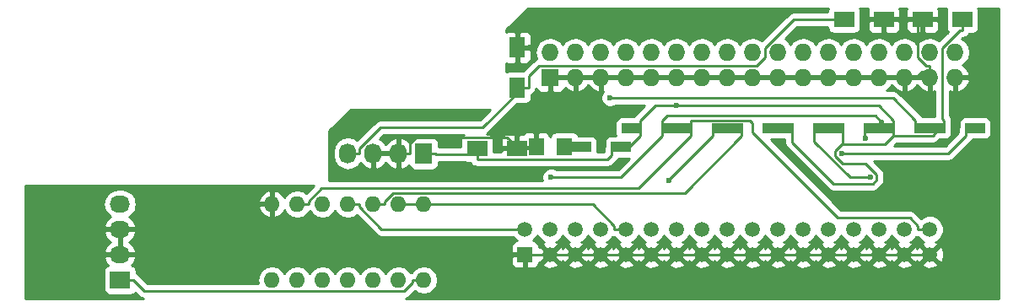
<source format=gtl>
%TF.GenerationSoftware,KiCad,Pcbnew,4.0.2+dfsg1-stable*%
%TF.CreationDate,2019-03-01T14:06:32+01:00*%
%TF.ProjectId,AmigaPCDriveAdapter,416D6967615043447269766541646170,rev?*%
%TF.FileFunction,Copper,L1,Top,Signal*%
%FSLAX46Y46*%
G04 Gerber Fmt 4.6, Leading zero omitted, Abs format (unit mm)*
G04 Created by KiCad (PCBNEW 4.0.2+dfsg1-stable) date Fri 01 Mar 2019 14:06:32 CET*
%MOMM*%
G01*
G04 APERTURE LIST*
%ADD10C,0.100000*%
%ADD11R,1.727200X2.032000*%
%ADD12O,1.727200X2.032000*%
%ADD13R,2.032000X1.727200*%
%ADD14O,2.032000X1.727200*%
%ADD15R,1.727200X1.727200*%
%ADD16O,1.727200X1.727200*%
%ADD17O,1.600000X1.600000*%
%ADD18R,1.600000X2.000000*%
%ADD19R,2.000000X1.600000*%
%ADD20R,1.597660X1.800860*%
%ADD21R,2.000000X1.000000*%
%ADD22R,1.520000X1.520000*%
%ADD23C,1.520000*%
%ADD24C,0.600000*%
%ADD25C,0.250000*%
%ADD26C,0.254000*%
G04 APERTURE END LIST*
D10*
D11*
X167640000Y-109220000D03*
D12*
X165100000Y-109220000D03*
X162560000Y-109220000D03*
X160020000Y-109220000D03*
D13*
X137160000Y-121920000D03*
D14*
X137160000Y-119380000D03*
X137160000Y-116840000D03*
X137160000Y-114300000D03*
D15*
X180340000Y-101600000D03*
D16*
X180340000Y-99060000D03*
X182880000Y-101600000D03*
X182880000Y-99060000D03*
X185420000Y-101600000D03*
X185420000Y-99060000D03*
X187960000Y-101600000D03*
X187960000Y-99060000D03*
X190500000Y-101600000D03*
X190500000Y-99060000D03*
X193040000Y-101600000D03*
X193040000Y-99060000D03*
X195580000Y-101600000D03*
X195580000Y-99060000D03*
X198120000Y-101600000D03*
X198120000Y-99060000D03*
X200660000Y-101600000D03*
X200660000Y-99060000D03*
X203200000Y-101600000D03*
X203200000Y-99060000D03*
X205740000Y-101600000D03*
X205740000Y-99060000D03*
X208280000Y-101600000D03*
X208280000Y-99060000D03*
X210820000Y-101600000D03*
X210820000Y-99060000D03*
X213360000Y-101600000D03*
X213360000Y-99060000D03*
X215900000Y-101600000D03*
X215900000Y-99060000D03*
X218440000Y-101600000D03*
X218440000Y-99060000D03*
X220980000Y-101600000D03*
X220980000Y-99060000D03*
D17*
X167640000Y-114300000D03*
X165100000Y-114300000D03*
X162560000Y-114300000D03*
X160020000Y-114300000D03*
X157480000Y-114300000D03*
X154940000Y-114300000D03*
X152400000Y-114300000D03*
X152400000Y-121920000D03*
X154940000Y-121920000D03*
X157480000Y-121920000D03*
X160020000Y-121920000D03*
X162560000Y-121920000D03*
X165100000Y-121920000D03*
X167640000Y-121920000D03*
D18*
X177038000Y-102584000D03*
X177038000Y-98584000D03*
D19*
X209836000Y-95758000D03*
X213836000Y-95758000D03*
X221710000Y-95758000D03*
X217710000Y-95758000D03*
X173006000Y-108712000D03*
X177006000Y-108712000D03*
D20*
X181759860Y-108585000D03*
X178920140Y-108585000D03*
D21*
X213900000Y-106680000D03*
X217900000Y-106680000D03*
X218980000Y-106680000D03*
X222980000Y-106680000D03*
X208820000Y-106680000D03*
X212820000Y-106680000D03*
X203740000Y-106680000D03*
X207740000Y-106680000D03*
X198660000Y-106680000D03*
X202660000Y-106680000D03*
X188500000Y-106680000D03*
X192500000Y-106680000D03*
X193580000Y-106680000D03*
X197580000Y-106680000D03*
X187420000Y-108585000D03*
X183420000Y-108585000D03*
D22*
X177800000Y-119380000D03*
D23*
X177800000Y-116840000D03*
X180340000Y-119380000D03*
X180340000Y-116840000D03*
X182880000Y-119380000D03*
X182880000Y-116840000D03*
X185420000Y-119380000D03*
X185420000Y-116840000D03*
X187960000Y-119380000D03*
X187960000Y-116840000D03*
X190500000Y-119380000D03*
X190500000Y-116840000D03*
X193040000Y-119380000D03*
X193040000Y-116840000D03*
X195580000Y-119380000D03*
X195580000Y-116840000D03*
X198120000Y-119380000D03*
X198120000Y-116840000D03*
X200660000Y-119380000D03*
X200660000Y-116840000D03*
X203200000Y-119380000D03*
X203200000Y-116840000D03*
X205740000Y-119380000D03*
X205740000Y-116840000D03*
X208280000Y-119380000D03*
X208280000Y-116840000D03*
X210820000Y-119380000D03*
X210820000Y-116840000D03*
X213360000Y-119380000D03*
X213360000Y-116840000D03*
X215900000Y-119380000D03*
X215900000Y-116840000D03*
X218440000Y-119380000D03*
X218440000Y-116840000D03*
D24*
X178344900Y-98584000D03*
X213603500Y-106060200D03*
X180427500Y-111606900D03*
X186346600Y-103650400D03*
X209628100Y-109219900D03*
X212008900Y-107668900D03*
X212483800Y-111599600D03*
X192247800Y-111968400D03*
X193012300Y-104405800D03*
D25*
X179590700Y-108585000D02*
X178866600Y-108585000D01*
X218068500Y-100411100D02*
X218440000Y-100411100D01*
X217237500Y-99580100D02*
X218068500Y-100411100D01*
X217237500Y-95758000D02*
X217237500Y-99580100D01*
X217710000Y-95758000D02*
X217237500Y-95758000D01*
X217237500Y-95758000D02*
X213836000Y-95758000D01*
X177038000Y-98584000D02*
X178163300Y-98584000D01*
X178163300Y-98584000D02*
X178344900Y-98584000D01*
X218440000Y-101600000D02*
X218440000Y-101005500D01*
X218440000Y-101005500D02*
X218440000Y-100411100D01*
X217683400Y-101005500D02*
X217088900Y-101600000D01*
X218440000Y-101005500D02*
X217683400Y-101005500D01*
X216494500Y-101600000D02*
X217088900Y-101600000D01*
X216494500Y-101600000D02*
X215900000Y-101600000D01*
X215900000Y-101600000D02*
X213360000Y-101600000D01*
X213360000Y-101600000D02*
X210820000Y-101600000D01*
X210820000Y-101600000D02*
X208280000Y-101600000D01*
X208280000Y-101600000D02*
X205740000Y-101600000D01*
X205740000Y-101600000D02*
X203200000Y-101600000D01*
X203200000Y-101600000D02*
X200660000Y-101600000D01*
X200660000Y-101600000D02*
X198120000Y-101600000D01*
X198120000Y-101600000D02*
X195580000Y-101600000D01*
X195580000Y-101600000D02*
X193040000Y-101600000D01*
X193040000Y-101600000D02*
X190500000Y-101600000D01*
X190500000Y-101600000D02*
X187960000Y-101600000D01*
X187960000Y-101600000D02*
X185420000Y-101600000D01*
X185420000Y-101600000D02*
X182880000Y-101600000D01*
X182880000Y-101600000D02*
X180340000Y-101600000D01*
X180340000Y-119380000D02*
X177800000Y-119380000D01*
X148734700Y-116840000D02*
X151274700Y-114300000D01*
X137160000Y-116840000D02*
X148734700Y-116840000D01*
X152400000Y-114300000D02*
X151274700Y-114300000D01*
X162560000Y-109220000D02*
X165100000Y-109220000D01*
X165100000Y-109220000D02*
X166288900Y-109220000D01*
X178739600Y-108712000D02*
X177006000Y-108712000D01*
X178866600Y-108585000D02*
X178739600Y-108712000D01*
X166288900Y-108179700D02*
X166288900Y-109220000D01*
X166882000Y-107586600D02*
X166288900Y-108179700D01*
X176022000Y-107586600D02*
X166882000Y-107586600D01*
X177006000Y-108570600D02*
X176022000Y-107586600D01*
X177006000Y-108712000D02*
X177006000Y-108570600D01*
X218440000Y-119380000D02*
X215900000Y-119380000D01*
X215900000Y-119380000D02*
X213360000Y-119380000D01*
X213360000Y-119380000D02*
X210820000Y-119380000D01*
X210820000Y-119380000D02*
X208280000Y-119380000D01*
X208280000Y-119380000D02*
X205740000Y-119380000D01*
X205740000Y-119380000D02*
X203200000Y-119380000D01*
X203200000Y-119380000D02*
X200660000Y-119380000D01*
X200660000Y-119380000D02*
X198120000Y-119380000D01*
X198120000Y-119380000D02*
X195580000Y-119380000D01*
X195580000Y-119380000D02*
X193040000Y-119380000D01*
X193040000Y-119380000D02*
X190500000Y-119380000D01*
X190500000Y-119380000D02*
X187960000Y-119380000D01*
X187960000Y-119380000D02*
X185420000Y-119380000D01*
X185420000Y-119380000D02*
X182880000Y-119380000D01*
X182880000Y-119380000D02*
X180340000Y-119380000D01*
X191600000Y-106680000D02*
X191600000Y-105904700D01*
X192050300Y-105454400D02*
X191600000Y-105904700D01*
X212997700Y-105454400D02*
X192050300Y-105454400D01*
X213603500Y-106060200D02*
X212997700Y-105454400D01*
X187448400Y-111606900D02*
X191600000Y-107455300D01*
X180427500Y-111606900D02*
X187448400Y-111606900D01*
X191600000Y-106680000D02*
X191600000Y-107455300D01*
X163404000Y-116840000D02*
X177800000Y-116840000D01*
X161145300Y-114581300D02*
X163404000Y-116840000D01*
X161145300Y-114300000D02*
X161145300Y-114581300D01*
X160020000Y-114300000D02*
X161145300Y-114300000D01*
X214745700Y-103650400D02*
X217000000Y-105904700D01*
X186346600Y-103650400D02*
X214745700Y-103650400D01*
X217000000Y-106680000D02*
X217000000Y-105904700D01*
X187960000Y-116840000D02*
X186771100Y-116840000D01*
X165100000Y-114300000D02*
X167640000Y-114300000D01*
X186771100Y-116468500D02*
X186771100Y-116840000D01*
X184602600Y-114300000D02*
X186771100Y-116468500D01*
X167640000Y-114300000D02*
X184602600Y-114300000D01*
X222080000Y-106680000D02*
X222080000Y-107455300D01*
X220315400Y-109219900D02*
X209628100Y-109219900D01*
X222080000Y-107455300D02*
X220315400Y-109219900D01*
X211920000Y-107580000D02*
X212008900Y-107668900D01*
X211920000Y-106680000D02*
X211920000Y-107580000D01*
X206840000Y-106680000D02*
X206840000Y-107455300D01*
X210427100Y-111599600D02*
X212483800Y-111599600D01*
X206840000Y-108012500D02*
X210427100Y-111599600D01*
X206840000Y-107455300D02*
X206840000Y-108012500D01*
X219710000Y-105734700D02*
X219880000Y-105904700D01*
X219710000Y-98602000D02*
X219710000Y-105734700D01*
X221428700Y-96883300D02*
X219710000Y-98602000D01*
X221710000Y-96883300D02*
X221428700Y-96883300D01*
X221710000Y-95758000D02*
X221710000Y-96883300D01*
X189400000Y-106680000D02*
X189400000Y-107455300D01*
X190898900Y-104405800D02*
X189400000Y-105904700D01*
X193012300Y-104405800D02*
X190898900Y-104405800D01*
X189400000Y-106680000D02*
X189400000Y-105904700D01*
X196680000Y-106680000D02*
X196680000Y-107455300D01*
X192247800Y-111887500D02*
X192247800Y-111968400D01*
X196680000Y-107455300D02*
X192247800Y-111887500D01*
X188270300Y-108585000D02*
X186520000Y-108585000D01*
X189400000Y-107455300D02*
X188270300Y-108585000D01*
X186043000Y-109837300D02*
X173006000Y-109837300D01*
X186520000Y-109360300D02*
X186043000Y-109837300D01*
X209720000Y-106680000D02*
X209720000Y-107455300D01*
X201760000Y-106680000D02*
X204640000Y-106680000D01*
X213933600Y-108321700D02*
X214800000Y-107455300D01*
X209720000Y-108321700D02*
X213933600Y-108321700D01*
X209720000Y-108321700D02*
X209720000Y-107455300D01*
X219880000Y-106680000D02*
X219880000Y-106292300D01*
X219880000Y-106292300D02*
X219880000Y-105904700D01*
X218717000Y-107455300D02*
X214800000Y-107455300D01*
X219880000Y-106292300D02*
X218717000Y-107455300D01*
X214800000Y-107067600D02*
X214800000Y-107455300D01*
X214800000Y-107067600D02*
X214800000Y-106680000D01*
X213301100Y-104405800D02*
X193012300Y-104405800D01*
X214800000Y-105904700D02*
X213301100Y-104405800D01*
X214800000Y-106680000D02*
X214800000Y-105904700D01*
X209623800Y-108321700D02*
X209720000Y-108321700D01*
X208951700Y-108993800D02*
X209623800Y-108321700D01*
X208951700Y-109487300D02*
X208951700Y-108993800D01*
X209672500Y-110208100D02*
X208951700Y-109487300D01*
X211979500Y-110208100D02*
X209672500Y-110208100D01*
X213113000Y-111341600D02*
X211979500Y-110208100D01*
X213113000Y-111857800D02*
X213113000Y-111341600D01*
X212712900Y-112257900D02*
X213113000Y-111857800D01*
X208777900Y-112257900D02*
X212712900Y-112257900D01*
X204640000Y-108120000D02*
X208777900Y-112257900D01*
X204640000Y-106680000D02*
X204640000Y-108120000D01*
X166514700Y-122201400D02*
X166514700Y-121920000D01*
X165670800Y-123045300D02*
X166514700Y-122201400D01*
X139626600Y-123045300D02*
X165670800Y-123045300D01*
X138501300Y-121920000D02*
X139626600Y-123045300D01*
X137160000Y-121920000D02*
X138501300Y-121920000D01*
X167640000Y-121920000D02*
X166514700Y-121920000D01*
X173006000Y-108712000D02*
X173006000Y-109274600D01*
X173006000Y-109274600D02*
X173006000Y-109837300D01*
X168883500Y-109274600D02*
X168828900Y-109220000D01*
X173006000Y-109274600D02*
X168883500Y-109274600D01*
X167640000Y-109220000D02*
X168828900Y-109220000D01*
X186520000Y-108585000D02*
X186520000Y-109360300D01*
X178163300Y-101458700D02*
X178163300Y-102584000D01*
X179211000Y-100411000D02*
X178163300Y-101458700D01*
X201063600Y-100411000D02*
X179211000Y-100411000D01*
X201930000Y-99544600D02*
X201063600Y-100411000D01*
X201930000Y-98638800D02*
X201930000Y-99544600D01*
X204810800Y-95758000D02*
X201930000Y-98638800D01*
X209836000Y-95758000D02*
X204810800Y-95758000D01*
X177038000Y-102584000D02*
X177600700Y-102584000D01*
X177600700Y-102584000D02*
X178163300Y-102584000D01*
X161208900Y-108699900D02*
X161208900Y-109220000D01*
X163301900Y-106606900D02*
X161208900Y-108699900D01*
X173577800Y-106606900D02*
X163301900Y-106606900D01*
X177600700Y-102584000D02*
X173577800Y-106606900D01*
X160020000Y-109220000D02*
X161208900Y-109220000D01*
X162560000Y-114300000D02*
X163685300Y-114300000D01*
X199560000Y-106680000D02*
X199560000Y-107455300D01*
X193840600Y-113174700D02*
X199560000Y-107455300D01*
X164561100Y-113174700D02*
X193840600Y-113174700D01*
X163685300Y-114050500D02*
X164561100Y-113174700D01*
X163685300Y-114300000D02*
X163685300Y-114050500D01*
X154940000Y-114300000D02*
X156065300Y-114300000D01*
X194480000Y-106680000D02*
X194480000Y-107455300D01*
X156065300Y-114018600D02*
X156065300Y-114300000D01*
X157359500Y-112724400D02*
X156065300Y-114018600D01*
X189210900Y-112724400D02*
X157359500Y-112724400D01*
X194480000Y-107455300D02*
X189210900Y-112724400D01*
X200363700Y-105904700D02*
X194480000Y-105904700D01*
X200660000Y-106201000D02*
X200363700Y-105904700D01*
X200660000Y-107090100D02*
X200660000Y-106201000D01*
X209221000Y-115651100D02*
X200660000Y-107090100D01*
X216433800Y-115651100D02*
X209221000Y-115651100D01*
X217251100Y-116468400D02*
X216433800Y-115651100D01*
X217251100Y-116840000D02*
X217251100Y-116468400D01*
X218440000Y-116840000D02*
X217251100Y-116840000D01*
X194480000Y-106680000D02*
X194480000Y-105904700D01*
X181089300Y-108585000D02*
X184320000Y-108585000D01*
D26*
G36*
X225375000Y-123775000D02*
X165823127Y-123775000D01*
X165961639Y-123747448D01*
X166208201Y-123582701D01*
X166746865Y-123044037D01*
X167090849Y-123273880D01*
X167640000Y-123383113D01*
X168189151Y-123273880D01*
X168654698Y-122962811D01*
X168965767Y-122497264D01*
X169075000Y-121948113D01*
X169075000Y-121891887D01*
X168965767Y-121342736D01*
X168654698Y-120877189D01*
X168189151Y-120566120D01*
X167640000Y-120456887D01*
X167090849Y-120566120D01*
X166625302Y-120877189D01*
X166424321Y-121177978D01*
X166328424Y-121197053D01*
X166114698Y-120877189D01*
X165649151Y-120566120D01*
X165100000Y-120456887D01*
X164550849Y-120566120D01*
X164085302Y-120877189D01*
X163830000Y-121259275D01*
X163574698Y-120877189D01*
X163109151Y-120566120D01*
X162560000Y-120456887D01*
X162010849Y-120566120D01*
X161545302Y-120877189D01*
X161290000Y-121259275D01*
X161034698Y-120877189D01*
X160569151Y-120566120D01*
X160020000Y-120456887D01*
X159470849Y-120566120D01*
X159005302Y-120877189D01*
X158750000Y-121259275D01*
X158494698Y-120877189D01*
X158029151Y-120566120D01*
X157480000Y-120456887D01*
X156930849Y-120566120D01*
X156465302Y-120877189D01*
X156210000Y-121259275D01*
X155954698Y-120877189D01*
X155489151Y-120566120D01*
X154940000Y-120456887D01*
X154390849Y-120566120D01*
X153925302Y-120877189D01*
X153670000Y-121259275D01*
X153414698Y-120877189D01*
X152949151Y-120566120D01*
X152400000Y-120456887D01*
X151850849Y-120566120D01*
X151385302Y-120877189D01*
X151074233Y-121342736D01*
X150965000Y-121891887D01*
X150965000Y-121948113D01*
X151032071Y-122285300D01*
X139941402Y-122285300D01*
X139038701Y-121382599D01*
X138823440Y-121238767D01*
X138823440Y-121056400D01*
X138779162Y-120821083D01*
X138640090Y-120604959D01*
X138427890Y-120459969D01*
X138333073Y-120440768D01*
X138510732Y-120282036D01*
X138764709Y-119754791D01*
X138767358Y-119739026D01*
X138729101Y-119665750D01*
X176405000Y-119665750D01*
X176405000Y-120266310D01*
X176501673Y-120499699D01*
X176680302Y-120678327D01*
X176913691Y-120775000D01*
X177514250Y-120775000D01*
X177673000Y-120616250D01*
X177673000Y-119507000D01*
X176563750Y-119507000D01*
X176405000Y-119665750D01*
X138729101Y-119665750D01*
X138646217Y-119507000D01*
X137287000Y-119507000D01*
X137287000Y-119527000D01*
X137033000Y-119527000D01*
X137033000Y-119507000D01*
X135673783Y-119507000D01*
X135552642Y-119739026D01*
X135555291Y-119754791D01*
X135809268Y-120282036D01*
X135984845Y-120438907D01*
X135908683Y-120453238D01*
X135692559Y-120592310D01*
X135547569Y-120804510D01*
X135496560Y-121056400D01*
X135496560Y-122783600D01*
X135540838Y-123018917D01*
X135679910Y-123235041D01*
X135892110Y-123380031D01*
X136144000Y-123431040D01*
X138176000Y-123431040D01*
X138411317Y-123386762D01*
X138627441Y-123247690D01*
X138678890Y-123172392D01*
X139089199Y-123582701D01*
X139335761Y-123747448D01*
X139474273Y-123775000D01*
X127685000Y-123775000D01*
X127685000Y-117199026D01*
X135552642Y-117199026D01*
X135555291Y-117214791D01*
X135809268Y-117742036D01*
X136221108Y-118110000D01*
X135809268Y-118477964D01*
X135555291Y-119005209D01*
X135552642Y-119020974D01*
X135673783Y-119253000D01*
X137033000Y-119253000D01*
X137033000Y-116967000D01*
X137287000Y-116967000D01*
X137287000Y-119253000D01*
X138646217Y-119253000D01*
X138767358Y-119020974D01*
X138764709Y-119005209D01*
X138510732Y-118477964D01*
X138098892Y-118110000D01*
X138510732Y-117742036D01*
X138764709Y-117214791D01*
X138767358Y-117199026D01*
X138646217Y-116967000D01*
X137287000Y-116967000D01*
X137033000Y-116967000D01*
X135673783Y-116967000D01*
X135552642Y-117199026D01*
X127685000Y-117199026D01*
X127685000Y-114300000D01*
X135476655Y-114300000D01*
X135590729Y-114873489D01*
X135915585Y-115359670D01*
X136225069Y-115566461D01*
X135809268Y-115937964D01*
X135555291Y-116465209D01*
X135552642Y-116480974D01*
X135673783Y-116713000D01*
X137033000Y-116713000D01*
X137033000Y-116693000D01*
X137287000Y-116693000D01*
X137287000Y-116713000D01*
X138646217Y-116713000D01*
X138767358Y-116480974D01*
X138764709Y-116465209D01*
X138510732Y-115937964D01*
X138094931Y-115566461D01*
X138404415Y-115359670D01*
X138729271Y-114873489D01*
X138773916Y-114649041D01*
X151008086Y-114649041D01*
X151247611Y-115155134D01*
X151662577Y-115531041D01*
X152050961Y-115691904D01*
X152273000Y-115569915D01*
X152273000Y-114427000D01*
X151129371Y-114427000D01*
X151008086Y-114649041D01*
X138773916Y-114649041D01*
X138843345Y-114300000D01*
X138773917Y-113950959D01*
X151008086Y-113950959D01*
X151129371Y-114173000D01*
X152273000Y-114173000D01*
X152273000Y-113030085D01*
X152050961Y-112908096D01*
X151662577Y-113068959D01*
X151247611Y-113444866D01*
X151008086Y-113950959D01*
X138773917Y-113950959D01*
X138729271Y-113726511D01*
X138404415Y-113240330D01*
X137918234Y-112915474D01*
X137344745Y-112801400D01*
X136975255Y-112801400D01*
X136401766Y-112915474D01*
X135915585Y-113240330D01*
X135590729Y-113726511D01*
X135476655Y-114300000D01*
X127685000Y-114300000D01*
X127685000Y-112445000D01*
X156564098Y-112445000D01*
X155833135Y-113175963D01*
X155489151Y-112946120D01*
X154940000Y-112836887D01*
X154390849Y-112946120D01*
X153925302Y-113257189D01*
X153655014Y-113661703D01*
X153552389Y-113444866D01*
X153137423Y-113068959D01*
X152749039Y-112908096D01*
X152527000Y-113030085D01*
X152527000Y-114173000D01*
X152547000Y-114173000D01*
X152547000Y-114427000D01*
X152527000Y-114427000D01*
X152527000Y-115569915D01*
X152749039Y-115691904D01*
X153137423Y-115531041D01*
X153552389Y-115155134D01*
X153655014Y-114938297D01*
X153925302Y-115342811D01*
X154390849Y-115653880D01*
X154940000Y-115763113D01*
X155489151Y-115653880D01*
X155954698Y-115342811D01*
X156155679Y-115042022D01*
X156251576Y-115022947D01*
X156465302Y-115342811D01*
X156930849Y-115653880D01*
X157480000Y-115763113D01*
X158029151Y-115653880D01*
X158494698Y-115342811D01*
X158750000Y-114960725D01*
X159005302Y-115342811D01*
X159470849Y-115653880D01*
X160020000Y-115763113D01*
X160569151Y-115653880D01*
X160913195Y-115423997D01*
X162866599Y-117377401D01*
X163113160Y-117542148D01*
X163404000Y-117600000D01*
X176604633Y-117600000D01*
X176616687Y-117629172D01*
X176971894Y-117985000D01*
X176913691Y-117985000D01*
X176680302Y-118081673D01*
X176501673Y-118260301D01*
X176405000Y-118493690D01*
X176405000Y-119094250D01*
X176563750Y-119253000D01*
X177673000Y-119253000D01*
X177673000Y-119233000D01*
X177927000Y-119233000D01*
X177927000Y-119253000D01*
X177947000Y-119253000D01*
X177947000Y-119507000D01*
X177927000Y-119507000D01*
X177927000Y-120616250D01*
X178085750Y-120775000D01*
X178686309Y-120775000D01*
X178919698Y-120678327D01*
X179098327Y-120499699D01*
X179156704Y-120358764D01*
X179540841Y-120358764D01*
X179610059Y-120600742D01*
X180132780Y-120787155D01*
X180687049Y-120759341D01*
X181069941Y-120600742D01*
X181139159Y-120358764D01*
X182080841Y-120358764D01*
X182150059Y-120600742D01*
X182672780Y-120787155D01*
X183227049Y-120759341D01*
X183609941Y-120600742D01*
X183679159Y-120358764D01*
X184620841Y-120358764D01*
X184690059Y-120600742D01*
X185212780Y-120787155D01*
X185767049Y-120759341D01*
X186149941Y-120600742D01*
X186219159Y-120358764D01*
X187160841Y-120358764D01*
X187230059Y-120600742D01*
X187752780Y-120787155D01*
X188307049Y-120759341D01*
X188689941Y-120600742D01*
X188759159Y-120358764D01*
X189700841Y-120358764D01*
X189770059Y-120600742D01*
X190292780Y-120787155D01*
X190847049Y-120759341D01*
X191229941Y-120600742D01*
X191299159Y-120358764D01*
X192240841Y-120358764D01*
X192310059Y-120600742D01*
X192832780Y-120787155D01*
X193387049Y-120759341D01*
X193769941Y-120600742D01*
X193839159Y-120358764D01*
X194780841Y-120358764D01*
X194850059Y-120600742D01*
X195372780Y-120787155D01*
X195927049Y-120759341D01*
X196309941Y-120600742D01*
X196379159Y-120358764D01*
X197320841Y-120358764D01*
X197390059Y-120600742D01*
X197912780Y-120787155D01*
X198467049Y-120759341D01*
X198849941Y-120600742D01*
X198919159Y-120358764D01*
X199860841Y-120358764D01*
X199930059Y-120600742D01*
X200452780Y-120787155D01*
X201007049Y-120759341D01*
X201389941Y-120600742D01*
X201459159Y-120358764D01*
X202400841Y-120358764D01*
X202470059Y-120600742D01*
X202992780Y-120787155D01*
X203547049Y-120759341D01*
X203929941Y-120600742D01*
X203999159Y-120358764D01*
X204940841Y-120358764D01*
X205010059Y-120600742D01*
X205532780Y-120787155D01*
X206087049Y-120759341D01*
X206469941Y-120600742D01*
X206539159Y-120358764D01*
X207480841Y-120358764D01*
X207550059Y-120600742D01*
X208072780Y-120787155D01*
X208627049Y-120759341D01*
X209009941Y-120600742D01*
X209079159Y-120358764D01*
X210020841Y-120358764D01*
X210090059Y-120600742D01*
X210612780Y-120787155D01*
X211167049Y-120759341D01*
X211549941Y-120600742D01*
X211619159Y-120358764D01*
X212560841Y-120358764D01*
X212630059Y-120600742D01*
X213152780Y-120787155D01*
X213707049Y-120759341D01*
X214089941Y-120600742D01*
X214159159Y-120358764D01*
X215100841Y-120358764D01*
X215170059Y-120600742D01*
X215692780Y-120787155D01*
X216247049Y-120759341D01*
X216629941Y-120600742D01*
X216699159Y-120358764D01*
X217640841Y-120358764D01*
X217710059Y-120600742D01*
X218232780Y-120787155D01*
X218787049Y-120759341D01*
X219169941Y-120600742D01*
X219239159Y-120358764D01*
X218440000Y-119559605D01*
X217640841Y-120358764D01*
X216699159Y-120358764D01*
X215900000Y-119559605D01*
X215100841Y-120358764D01*
X214159159Y-120358764D01*
X213360000Y-119559605D01*
X212560841Y-120358764D01*
X211619159Y-120358764D01*
X210820000Y-119559605D01*
X210020841Y-120358764D01*
X209079159Y-120358764D01*
X208280000Y-119559605D01*
X207480841Y-120358764D01*
X206539159Y-120358764D01*
X205740000Y-119559605D01*
X204940841Y-120358764D01*
X203999159Y-120358764D01*
X203200000Y-119559605D01*
X202400841Y-120358764D01*
X201459159Y-120358764D01*
X200660000Y-119559605D01*
X199860841Y-120358764D01*
X198919159Y-120358764D01*
X198120000Y-119559605D01*
X197320841Y-120358764D01*
X196379159Y-120358764D01*
X195580000Y-119559605D01*
X194780841Y-120358764D01*
X193839159Y-120358764D01*
X193040000Y-119559605D01*
X192240841Y-120358764D01*
X191299159Y-120358764D01*
X190500000Y-119559605D01*
X189700841Y-120358764D01*
X188759159Y-120358764D01*
X187960000Y-119559605D01*
X187160841Y-120358764D01*
X186219159Y-120358764D01*
X185420000Y-119559605D01*
X184620841Y-120358764D01*
X183679159Y-120358764D01*
X182880000Y-119559605D01*
X182080841Y-120358764D01*
X181139159Y-120358764D01*
X180340000Y-119559605D01*
X179540841Y-120358764D01*
X179156704Y-120358764D01*
X179195000Y-120266310D01*
X179195000Y-120131607D01*
X179361236Y-120179159D01*
X180160395Y-119380000D01*
X180519605Y-119380000D01*
X181318764Y-120179159D01*
X181560742Y-120109941D01*
X181606320Y-119982137D01*
X181659258Y-120109941D01*
X181901236Y-120179159D01*
X182700395Y-119380000D01*
X183059605Y-119380000D01*
X183858764Y-120179159D01*
X184100742Y-120109941D01*
X184146320Y-119982137D01*
X184199258Y-120109941D01*
X184441236Y-120179159D01*
X185240395Y-119380000D01*
X185599605Y-119380000D01*
X186398764Y-120179159D01*
X186640742Y-120109941D01*
X186686320Y-119982137D01*
X186739258Y-120109941D01*
X186981236Y-120179159D01*
X187780395Y-119380000D01*
X188139605Y-119380000D01*
X188938764Y-120179159D01*
X189180742Y-120109941D01*
X189226320Y-119982137D01*
X189279258Y-120109941D01*
X189521236Y-120179159D01*
X190320395Y-119380000D01*
X190679605Y-119380000D01*
X191478764Y-120179159D01*
X191720742Y-120109941D01*
X191766320Y-119982137D01*
X191819258Y-120109941D01*
X192061236Y-120179159D01*
X192860395Y-119380000D01*
X193219605Y-119380000D01*
X194018764Y-120179159D01*
X194260742Y-120109941D01*
X194306320Y-119982137D01*
X194359258Y-120109941D01*
X194601236Y-120179159D01*
X195400395Y-119380000D01*
X195759605Y-119380000D01*
X196558764Y-120179159D01*
X196800742Y-120109941D01*
X196846320Y-119982137D01*
X196899258Y-120109941D01*
X197141236Y-120179159D01*
X197940395Y-119380000D01*
X198299605Y-119380000D01*
X199098764Y-120179159D01*
X199340742Y-120109941D01*
X199386320Y-119982137D01*
X199439258Y-120109941D01*
X199681236Y-120179159D01*
X200480395Y-119380000D01*
X200839605Y-119380000D01*
X201638764Y-120179159D01*
X201880742Y-120109941D01*
X201926320Y-119982137D01*
X201979258Y-120109941D01*
X202221236Y-120179159D01*
X203020395Y-119380000D01*
X203379605Y-119380000D01*
X204178764Y-120179159D01*
X204420742Y-120109941D01*
X204466320Y-119982137D01*
X204519258Y-120109941D01*
X204761236Y-120179159D01*
X205560395Y-119380000D01*
X205919605Y-119380000D01*
X206718764Y-120179159D01*
X206960742Y-120109941D01*
X207006320Y-119982137D01*
X207059258Y-120109941D01*
X207301236Y-120179159D01*
X208100395Y-119380000D01*
X208459605Y-119380000D01*
X209258764Y-120179159D01*
X209500742Y-120109941D01*
X209546320Y-119982137D01*
X209599258Y-120109941D01*
X209841236Y-120179159D01*
X210640395Y-119380000D01*
X210999605Y-119380000D01*
X211798764Y-120179159D01*
X212040742Y-120109941D01*
X212086320Y-119982137D01*
X212139258Y-120109941D01*
X212381236Y-120179159D01*
X213180395Y-119380000D01*
X213539605Y-119380000D01*
X214338764Y-120179159D01*
X214580742Y-120109941D01*
X214626320Y-119982137D01*
X214679258Y-120109941D01*
X214921236Y-120179159D01*
X215720395Y-119380000D01*
X216079605Y-119380000D01*
X216878764Y-120179159D01*
X217120742Y-120109941D01*
X217166320Y-119982137D01*
X217219258Y-120109941D01*
X217461236Y-120179159D01*
X218260395Y-119380000D01*
X218619605Y-119380000D01*
X219418764Y-120179159D01*
X219660742Y-120109941D01*
X219847155Y-119587220D01*
X219819341Y-119032951D01*
X219660742Y-118650059D01*
X219418764Y-118580841D01*
X218619605Y-119380000D01*
X218260395Y-119380000D01*
X217461236Y-118580841D01*
X217219258Y-118650059D01*
X217173680Y-118777863D01*
X217120742Y-118650059D01*
X216878764Y-118580841D01*
X216079605Y-119380000D01*
X215720395Y-119380000D01*
X214921236Y-118580841D01*
X214679258Y-118650059D01*
X214633680Y-118777863D01*
X214580742Y-118650059D01*
X214338764Y-118580841D01*
X213539605Y-119380000D01*
X213180395Y-119380000D01*
X212381236Y-118580841D01*
X212139258Y-118650059D01*
X212093680Y-118777863D01*
X212040742Y-118650059D01*
X211798764Y-118580841D01*
X210999605Y-119380000D01*
X210640395Y-119380000D01*
X209841236Y-118580841D01*
X209599258Y-118650059D01*
X209553680Y-118777863D01*
X209500742Y-118650059D01*
X209258764Y-118580841D01*
X208459605Y-119380000D01*
X208100395Y-119380000D01*
X207301236Y-118580841D01*
X207059258Y-118650059D01*
X207013680Y-118777863D01*
X206960742Y-118650059D01*
X206718764Y-118580841D01*
X205919605Y-119380000D01*
X205560395Y-119380000D01*
X204761236Y-118580841D01*
X204519258Y-118650059D01*
X204473680Y-118777863D01*
X204420742Y-118650059D01*
X204178764Y-118580841D01*
X203379605Y-119380000D01*
X203020395Y-119380000D01*
X202221236Y-118580841D01*
X201979258Y-118650059D01*
X201933680Y-118777863D01*
X201880742Y-118650059D01*
X201638764Y-118580841D01*
X200839605Y-119380000D01*
X200480395Y-119380000D01*
X199681236Y-118580841D01*
X199439258Y-118650059D01*
X199393680Y-118777863D01*
X199340742Y-118650059D01*
X199098764Y-118580841D01*
X198299605Y-119380000D01*
X197940395Y-119380000D01*
X197141236Y-118580841D01*
X196899258Y-118650059D01*
X196853680Y-118777863D01*
X196800742Y-118650059D01*
X196558764Y-118580841D01*
X195759605Y-119380000D01*
X195400395Y-119380000D01*
X194601236Y-118580841D01*
X194359258Y-118650059D01*
X194313680Y-118777863D01*
X194260742Y-118650059D01*
X194018764Y-118580841D01*
X193219605Y-119380000D01*
X192860395Y-119380000D01*
X192061236Y-118580841D01*
X191819258Y-118650059D01*
X191773680Y-118777863D01*
X191720742Y-118650059D01*
X191478764Y-118580841D01*
X190679605Y-119380000D01*
X190320395Y-119380000D01*
X189521236Y-118580841D01*
X189279258Y-118650059D01*
X189233680Y-118777863D01*
X189180742Y-118650059D01*
X188938764Y-118580841D01*
X188139605Y-119380000D01*
X187780395Y-119380000D01*
X186981236Y-118580841D01*
X186739258Y-118650059D01*
X186693680Y-118777863D01*
X186640742Y-118650059D01*
X186398764Y-118580841D01*
X185599605Y-119380000D01*
X185240395Y-119380000D01*
X184441236Y-118580841D01*
X184199258Y-118650059D01*
X184153680Y-118777863D01*
X184100742Y-118650059D01*
X183858764Y-118580841D01*
X183059605Y-119380000D01*
X182700395Y-119380000D01*
X181901236Y-118580841D01*
X181659258Y-118650059D01*
X181613680Y-118777863D01*
X181560742Y-118650059D01*
X181318764Y-118580841D01*
X180519605Y-119380000D01*
X180160395Y-119380000D01*
X179361236Y-118580841D01*
X179195000Y-118628393D01*
X179195000Y-118493690D01*
X179098327Y-118260301D01*
X178919698Y-118081673D01*
X178686309Y-117985000D01*
X178627552Y-117985000D01*
X178981934Y-117631236D01*
X179069954Y-117419262D01*
X179156687Y-117629172D01*
X179548764Y-118021934D01*
X179744934Y-118103391D01*
X179610059Y-118159258D01*
X179540841Y-118401236D01*
X180340000Y-119200395D01*
X181139159Y-118401236D01*
X181069941Y-118159258D01*
X180925138Y-118107618D01*
X181129172Y-118023313D01*
X181521934Y-117631236D01*
X181609954Y-117419262D01*
X181696687Y-117629172D01*
X182088764Y-118021934D01*
X182284934Y-118103391D01*
X182150059Y-118159258D01*
X182080841Y-118401236D01*
X182880000Y-119200395D01*
X183679159Y-118401236D01*
X183609941Y-118159258D01*
X183465138Y-118107618D01*
X183669172Y-118023313D01*
X184061934Y-117631236D01*
X184149954Y-117419262D01*
X184236687Y-117629172D01*
X184628764Y-118021934D01*
X184824934Y-118103391D01*
X184690059Y-118159258D01*
X184620841Y-118401236D01*
X185420000Y-119200395D01*
X186219159Y-118401236D01*
X186149941Y-118159258D01*
X186005138Y-118107618D01*
X186209172Y-118023313D01*
X186601934Y-117631236D01*
X186626821Y-117571301D01*
X186764054Y-117598599D01*
X186776687Y-117629172D01*
X187168764Y-118021934D01*
X187364934Y-118103391D01*
X187230059Y-118159258D01*
X187160841Y-118401236D01*
X187960000Y-119200395D01*
X188759159Y-118401236D01*
X188689941Y-118159258D01*
X188545138Y-118107618D01*
X188749172Y-118023313D01*
X189141934Y-117631236D01*
X189229954Y-117419262D01*
X189316687Y-117629172D01*
X189708764Y-118021934D01*
X189904934Y-118103391D01*
X189770059Y-118159258D01*
X189700841Y-118401236D01*
X190500000Y-119200395D01*
X191299159Y-118401236D01*
X191229941Y-118159258D01*
X191085138Y-118107618D01*
X191289172Y-118023313D01*
X191681934Y-117631236D01*
X191769954Y-117419262D01*
X191856687Y-117629172D01*
X192248764Y-118021934D01*
X192444934Y-118103391D01*
X192310059Y-118159258D01*
X192240841Y-118401236D01*
X193040000Y-119200395D01*
X193839159Y-118401236D01*
X193769941Y-118159258D01*
X193625138Y-118107618D01*
X193829172Y-118023313D01*
X194221934Y-117631236D01*
X194309954Y-117419262D01*
X194396687Y-117629172D01*
X194788764Y-118021934D01*
X194984934Y-118103391D01*
X194850059Y-118159258D01*
X194780841Y-118401236D01*
X195580000Y-119200395D01*
X196379159Y-118401236D01*
X196309941Y-118159258D01*
X196165138Y-118107618D01*
X196369172Y-118023313D01*
X196761934Y-117631236D01*
X196849954Y-117419262D01*
X196936687Y-117629172D01*
X197328764Y-118021934D01*
X197524934Y-118103391D01*
X197390059Y-118159258D01*
X197320841Y-118401236D01*
X198120000Y-119200395D01*
X198919159Y-118401236D01*
X198849941Y-118159258D01*
X198705138Y-118107618D01*
X198909172Y-118023313D01*
X199301934Y-117631236D01*
X199389954Y-117419262D01*
X199476687Y-117629172D01*
X199868764Y-118021934D01*
X200064934Y-118103391D01*
X199930059Y-118159258D01*
X199860841Y-118401236D01*
X200660000Y-119200395D01*
X201459159Y-118401236D01*
X201389941Y-118159258D01*
X201245138Y-118107618D01*
X201449172Y-118023313D01*
X201841934Y-117631236D01*
X201929954Y-117419262D01*
X202016687Y-117629172D01*
X202408764Y-118021934D01*
X202604934Y-118103391D01*
X202470059Y-118159258D01*
X202400841Y-118401236D01*
X203200000Y-119200395D01*
X203999159Y-118401236D01*
X203929941Y-118159258D01*
X203785138Y-118107618D01*
X203989172Y-118023313D01*
X204381934Y-117631236D01*
X204469954Y-117419262D01*
X204556687Y-117629172D01*
X204948764Y-118021934D01*
X205144934Y-118103391D01*
X205010059Y-118159258D01*
X204940841Y-118401236D01*
X205740000Y-119200395D01*
X206539159Y-118401236D01*
X206469941Y-118159258D01*
X206325138Y-118107618D01*
X206529172Y-118023313D01*
X206921934Y-117631236D01*
X207009954Y-117419262D01*
X207096687Y-117629172D01*
X207488764Y-118021934D01*
X207684934Y-118103391D01*
X207550059Y-118159258D01*
X207480841Y-118401236D01*
X208280000Y-119200395D01*
X209079159Y-118401236D01*
X209009941Y-118159258D01*
X208865138Y-118107618D01*
X209069172Y-118023313D01*
X209461934Y-117631236D01*
X209549954Y-117419262D01*
X209636687Y-117629172D01*
X210028764Y-118021934D01*
X210224934Y-118103391D01*
X210090059Y-118159258D01*
X210020841Y-118401236D01*
X210820000Y-119200395D01*
X211619159Y-118401236D01*
X211549941Y-118159258D01*
X211405138Y-118107618D01*
X211609172Y-118023313D01*
X212001934Y-117631236D01*
X212089954Y-117419262D01*
X212176687Y-117629172D01*
X212568764Y-118021934D01*
X212764934Y-118103391D01*
X212630059Y-118159258D01*
X212560841Y-118401236D01*
X213360000Y-119200395D01*
X214159159Y-118401236D01*
X214089941Y-118159258D01*
X213945138Y-118107618D01*
X214149172Y-118023313D01*
X214541934Y-117631236D01*
X214629954Y-117419262D01*
X214716687Y-117629172D01*
X215108764Y-118021934D01*
X215304934Y-118103391D01*
X215170059Y-118159258D01*
X215100841Y-118401236D01*
X215900000Y-119200395D01*
X216699159Y-118401236D01*
X216629941Y-118159258D01*
X216485138Y-118107618D01*
X216689172Y-118023313D01*
X217081934Y-117631236D01*
X217106821Y-117571301D01*
X217244054Y-117598599D01*
X217256687Y-117629172D01*
X217648764Y-118021934D01*
X217844934Y-118103391D01*
X217710059Y-118159258D01*
X217640841Y-118401236D01*
X218440000Y-119200395D01*
X219239159Y-118401236D01*
X219169941Y-118159258D01*
X219025138Y-118107618D01*
X219229172Y-118023313D01*
X219621934Y-117631236D01*
X219834758Y-117118700D01*
X219835242Y-116563735D01*
X219623313Y-116050828D01*
X219231236Y-115658066D01*
X218718700Y-115445242D01*
X218163735Y-115444758D01*
X217650828Y-115656687D01*
X217582449Y-115724947D01*
X216971201Y-115113699D01*
X216724639Y-114948952D01*
X216433800Y-114891100D01*
X209535802Y-114891100D01*
X202472142Y-107827440D01*
X203880000Y-107827440D01*
X203880000Y-108120000D01*
X203937852Y-108410839D01*
X204102599Y-108657401D01*
X208240499Y-112795301D01*
X208487060Y-112960048D01*
X208777900Y-113017900D01*
X212712900Y-113017900D01*
X213003739Y-112960048D01*
X213250301Y-112795301D01*
X213650401Y-112395201D01*
X213815148Y-112148639D01*
X213873000Y-111857800D01*
X213873000Y-111341600D01*
X213815148Y-111050761D01*
X213650401Y-110804199D01*
X212826102Y-109979900D01*
X220315400Y-109979900D01*
X220606239Y-109922048D01*
X220852801Y-109757301D01*
X222617401Y-107992701D01*
X222727825Y-107827440D01*
X223980000Y-107827440D01*
X224215317Y-107783162D01*
X224431441Y-107644090D01*
X224576431Y-107431890D01*
X224627440Y-107180000D01*
X224627440Y-106180000D01*
X224583162Y-105944683D01*
X224444090Y-105728559D01*
X224231890Y-105583569D01*
X223980000Y-105532560D01*
X221980000Y-105532560D01*
X221744683Y-105576838D01*
X221528559Y-105715910D01*
X221383569Y-105928110D01*
X221332560Y-106180000D01*
X221332560Y-106616857D01*
X221320000Y-106680000D01*
X221320000Y-107140498D01*
X220000598Y-108459900D01*
X214870202Y-108459900D01*
X215114802Y-108215300D01*
X218717000Y-108215300D01*
X219007839Y-108157448D01*
X219254401Y-107992701D01*
X219419662Y-107827440D01*
X219980000Y-107827440D01*
X220215317Y-107783162D01*
X220431441Y-107644090D01*
X220576431Y-107431890D01*
X220627440Y-107180000D01*
X220627440Y-106743143D01*
X220640000Y-106680000D01*
X220640000Y-105904700D01*
X220613079Y-105769361D01*
X220582148Y-105613860D01*
X220470000Y-105446019D01*
X220470000Y-102984210D01*
X220620973Y-103054968D01*
X220853000Y-102934469D01*
X220853000Y-101727000D01*
X221107000Y-101727000D01*
X221107000Y-102934469D01*
X221339027Y-103054968D01*
X221868490Y-102806821D01*
X222262688Y-102374947D01*
X222434958Y-101959026D01*
X222313817Y-101727000D01*
X221107000Y-101727000D01*
X220853000Y-101727000D01*
X220833000Y-101727000D01*
X220833000Y-101473000D01*
X220853000Y-101473000D01*
X220853000Y-101453000D01*
X221107000Y-101453000D01*
X221107000Y-101473000D01*
X222313817Y-101473000D01*
X222434958Y-101240974D01*
X222262688Y-100825053D01*
X221868490Y-100393179D01*
X221745772Y-100335664D01*
X222069029Y-100119670D01*
X222393885Y-99633489D01*
X222507959Y-99060000D01*
X222393885Y-98486511D01*
X222069029Y-98000330D01*
X221659866Y-97726936D01*
X221751821Y-97634981D01*
X222000839Y-97585448D01*
X222247401Y-97420701D01*
X222391233Y-97205440D01*
X222710000Y-97205440D01*
X222945317Y-97161162D01*
X223161441Y-97022090D01*
X223306431Y-96809890D01*
X223357440Y-96558000D01*
X223357440Y-94958000D01*
X223313162Y-94722683D01*
X223276044Y-94665000D01*
X225375000Y-94665000D01*
X225375000Y-123775000D01*
X225375000Y-123775000D01*
G37*
X225375000Y-123775000D02*
X165823127Y-123775000D01*
X165961639Y-123747448D01*
X166208201Y-123582701D01*
X166746865Y-123044037D01*
X167090849Y-123273880D01*
X167640000Y-123383113D01*
X168189151Y-123273880D01*
X168654698Y-122962811D01*
X168965767Y-122497264D01*
X169075000Y-121948113D01*
X169075000Y-121891887D01*
X168965767Y-121342736D01*
X168654698Y-120877189D01*
X168189151Y-120566120D01*
X167640000Y-120456887D01*
X167090849Y-120566120D01*
X166625302Y-120877189D01*
X166424321Y-121177978D01*
X166328424Y-121197053D01*
X166114698Y-120877189D01*
X165649151Y-120566120D01*
X165100000Y-120456887D01*
X164550849Y-120566120D01*
X164085302Y-120877189D01*
X163830000Y-121259275D01*
X163574698Y-120877189D01*
X163109151Y-120566120D01*
X162560000Y-120456887D01*
X162010849Y-120566120D01*
X161545302Y-120877189D01*
X161290000Y-121259275D01*
X161034698Y-120877189D01*
X160569151Y-120566120D01*
X160020000Y-120456887D01*
X159470849Y-120566120D01*
X159005302Y-120877189D01*
X158750000Y-121259275D01*
X158494698Y-120877189D01*
X158029151Y-120566120D01*
X157480000Y-120456887D01*
X156930849Y-120566120D01*
X156465302Y-120877189D01*
X156210000Y-121259275D01*
X155954698Y-120877189D01*
X155489151Y-120566120D01*
X154940000Y-120456887D01*
X154390849Y-120566120D01*
X153925302Y-120877189D01*
X153670000Y-121259275D01*
X153414698Y-120877189D01*
X152949151Y-120566120D01*
X152400000Y-120456887D01*
X151850849Y-120566120D01*
X151385302Y-120877189D01*
X151074233Y-121342736D01*
X150965000Y-121891887D01*
X150965000Y-121948113D01*
X151032071Y-122285300D01*
X139941402Y-122285300D01*
X139038701Y-121382599D01*
X138823440Y-121238767D01*
X138823440Y-121056400D01*
X138779162Y-120821083D01*
X138640090Y-120604959D01*
X138427890Y-120459969D01*
X138333073Y-120440768D01*
X138510732Y-120282036D01*
X138764709Y-119754791D01*
X138767358Y-119739026D01*
X138729101Y-119665750D01*
X176405000Y-119665750D01*
X176405000Y-120266310D01*
X176501673Y-120499699D01*
X176680302Y-120678327D01*
X176913691Y-120775000D01*
X177514250Y-120775000D01*
X177673000Y-120616250D01*
X177673000Y-119507000D01*
X176563750Y-119507000D01*
X176405000Y-119665750D01*
X138729101Y-119665750D01*
X138646217Y-119507000D01*
X137287000Y-119507000D01*
X137287000Y-119527000D01*
X137033000Y-119527000D01*
X137033000Y-119507000D01*
X135673783Y-119507000D01*
X135552642Y-119739026D01*
X135555291Y-119754791D01*
X135809268Y-120282036D01*
X135984845Y-120438907D01*
X135908683Y-120453238D01*
X135692559Y-120592310D01*
X135547569Y-120804510D01*
X135496560Y-121056400D01*
X135496560Y-122783600D01*
X135540838Y-123018917D01*
X135679910Y-123235041D01*
X135892110Y-123380031D01*
X136144000Y-123431040D01*
X138176000Y-123431040D01*
X138411317Y-123386762D01*
X138627441Y-123247690D01*
X138678890Y-123172392D01*
X139089199Y-123582701D01*
X139335761Y-123747448D01*
X139474273Y-123775000D01*
X127685000Y-123775000D01*
X127685000Y-117199026D01*
X135552642Y-117199026D01*
X135555291Y-117214791D01*
X135809268Y-117742036D01*
X136221108Y-118110000D01*
X135809268Y-118477964D01*
X135555291Y-119005209D01*
X135552642Y-119020974D01*
X135673783Y-119253000D01*
X137033000Y-119253000D01*
X137033000Y-116967000D01*
X137287000Y-116967000D01*
X137287000Y-119253000D01*
X138646217Y-119253000D01*
X138767358Y-119020974D01*
X138764709Y-119005209D01*
X138510732Y-118477964D01*
X138098892Y-118110000D01*
X138510732Y-117742036D01*
X138764709Y-117214791D01*
X138767358Y-117199026D01*
X138646217Y-116967000D01*
X137287000Y-116967000D01*
X137033000Y-116967000D01*
X135673783Y-116967000D01*
X135552642Y-117199026D01*
X127685000Y-117199026D01*
X127685000Y-114300000D01*
X135476655Y-114300000D01*
X135590729Y-114873489D01*
X135915585Y-115359670D01*
X136225069Y-115566461D01*
X135809268Y-115937964D01*
X135555291Y-116465209D01*
X135552642Y-116480974D01*
X135673783Y-116713000D01*
X137033000Y-116713000D01*
X137033000Y-116693000D01*
X137287000Y-116693000D01*
X137287000Y-116713000D01*
X138646217Y-116713000D01*
X138767358Y-116480974D01*
X138764709Y-116465209D01*
X138510732Y-115937964D01*
X138094931Y-115566461D01*
X138404415Y-115359670D01*
X138729271Y-114873489D01*
X138773916Y-114649041D01*
X151008086Y-114649041D01*
X151247611Y-115155134D01*
X151662577Y-115531041D01*
X152050961Y-115691904D01*
X152273000Y-115569915D01*
X152273000Y-114427000D01*
X151129371Y-114427000D01*
X151008086Y-114649041D01*
X138773916Y-114649041D01*
X138843345Y-114300000D01*
X138773917Y-113950959D01*
X151008086Y-113950959D01*
X151129371Y-114173000D01*
X152273000Y-114173000D01*
X152273000Y-113030085D01*
X152050961Y-112908096D01*
X151662577Y-113068959D01*
X151247611Y-113444866D01*
X151008086Y-113950959D01*
X138773917Y-113950959D01*
X138729271Y-113726511D01*
X138404415Y-113240330D01*
X137918234Y-112915474D01*
X137344745Y-112801400D01*
X136975255Y-112801400D01*
X136401766Y-112915474D01*
X135915585Y-113240330D01*
X135590729Y-113726511D01*
X135476655Y-114300000D01*
X127685000Y-114300000D01*
X127685000Y-112445000D01*
X156564098Y-112445000D01*
X155833135Y-113175963D01*
X155489151Y-112946120D01*
X154940000Y-112836887D01*
X154390849Y-112946120D01*
X153925302Y-113257189D01*
X153655014Y-113661703D01*
X153552389Y-113444866D01*
X153137423Y-113068959D01*
X152749039Y-112908096D01*
X152527000Y-113030085D01*
X152527000Y-114173000D01*
X152547000Y-114173000D01*
X152547000Y-114427000D01*
X152527000Y-114427000D01*
X152527000Y-115569915D01*
X152749039Y-115691904D01*
X153137423Y-115531041D01*
X153552389Y-115155134D01*
X153655014Y-114938297D01*
X153925302Y-115342811D01*
X154390849Y-115653880D01*
X154940000Y-115763113D01*
X155489151Y-115653880D01*
X155954698Y-115342811D01*
X156155679Y-115042022D01*
X156251576Y-115022947D01*
X156465302Y-115342811D01*
X156930849Y-115653880D01*
X157480000Y-115763113D01*
X158029151Y-115653880D01*
X158494698Y-115342811D01*
X158750000Y-114960725D01*
X159005302Y-115342811D01*
X159470849Y-115653880D01*
X160020000Y-115763113D01*
X160569151Y-115653880D01*
X160913195Y-115423997D01*
X162866599Y-117377401D01*
X163113160Y-117542148D01*
X163404000Y-117600000D01*
X176604633Y-117600000D01*
X176616687Y-117629172D01*
X176971894Y-117985000D01*
X176913691Y-117985000D01*
X176680302Y-118081673D01*
X176501673Y-118260301D01*
X176405000Y-118493690D01*
X176405000Y-119094250D01*
X176563750Y-119253000D01*
X177673000Y-119253000D01*
X177673000Y-119233000D01*
X177927000Y-119233000D01*
X177927000Y-119253000D01*
X177947000Y-119253000D01*
X177947000Y-119507000D01*
X177927000Y-119507000D01*
X177927000Y-120616250D01*
X178085750Y-120775000D01*
X178686309Y-120775000D01*
X178919698Y-120678327D01*
X179098327Y-120499699D01*
X179156704Y-120358764D01*
X179540841Y-120358764D01*
X179610059Y-120600742D01*
X180132780Y-120787155D01*
X180687049Y-120759341D01*
X181069941Y-120600742D01*
X181139159Y-120358764D01*
X182080841Y-120358764D01*
X182150059Y-120600742D01*
X182672780Y-120787155D01*
X183227049Y-120759341D01*
X183609941Y-120600742D01*
X183679159Y-120358764D01*
X184620841Y-120358764D01*
X184690059Y-120600742D01*
X185212780Y-120787155D01*
X185767049Y-120759341D01*
X186149941Y-120600742D01*
X186219159Y-120358764D01*
X187160841Y-120358764D01*
X187230059Y-120600742D01*
X187752780Y-120787155D01*
X188307049Y-120759341D01*
X188689941Y-120600742D01*
X188759159Y-120358764D01*
X189700841Y-120358764D01*
X189770059Y-120600742D01*
X190292780Y-120787155D01*
X190847049Y-120759341D01*
X191229941Y-120600742D01*
X191299159Y-120358764D01*
X192240841Y-120358764D01*
X192310059Y-120600742D01*
X192832780Y-120787155D01*
X193387049Y-120759341D01*
X193769941Y-120600742D01*
X193839159Y-120358764D01*
X194780841Y-120358764D01*
X194850059Y-120600742D01*
X195372780Y-120787155D01*
X195927049Y-120759341D01*
X196309941Y-120600742D01*
X196379159Y-120358764D01*
X197320841Y-120358764D01*
X197390059Y-120600742D01*
X197912780Y-120787155D01*
X198467049Y-120759341D01*
X198849941Y-120600742D01*
X198919159Y-120358764D01*
X199860841Y-120358764D01*
X199930059Y-120600742D01*
X200452780Y-120787155D01*
X201007049Y-120759341D01*
X201389941Y-120600742D01*
X201459159Y-120358764D01*
X202400841Y-120358764D01*
X202470059Y-120600742D01*
X202992780Y-120787155D01*
X203547049Y-120759341D01*
X203929941Y-120600742D01*
X203999159Y-120358764D01*
X204940841Y-120358764D01*
X205010059Y-120600742D01*
X205532780Y-120787155D01*
X206087049Y-120759341D01*
X206469941Y-120600742D01*
X206539159Y-120358764D01*
X207480841Y-120358764D01*
X207550059Y-120600742D01*
X208072780Y-120787155D01*
X208627049Y-120759341D01*
X209009941Y-120600742D01*
X209079159Y-120358764D01*
X210020841Y-120358764D01*
X210090059Y-120600742D01*
X210612780Y-120787155D01*
X211167049Y-120759341D01*
X211549941Y-120600742D01*
X211619159Y-120358764D01*
X212560841Y-120358764D01*
X212630059Y-120600742D01*
X213152780Y-120787155D01*
X213707049Y-120759341D01*
X214089941Y-120600742D01*
X214159159Y-120358764D01*
X215100841Y-120358764D01*
X215170059Y-120600742D01*
X215692780Y-120787155D01*
X216247049Y-120759341D01*
X216629941Y-120600742D01*
X216699159Y-120358764D01*
X217640841Y-120358764D01*
X217710059Y-120600742D01*
X218232780Y-120787155D01*
X218787049Y-120759341D01*
X219169941Y-120600742D01*
X219239159Y-120358764D01*
X218440000Y-119559605D01*
X217640841Y-120358764D01*
X216699159Y-120358764D01*
X215900000Y-119559605D01*
X215100841Y-120358764D01*
X214159159Y-120358764D01*
X213360000Y-119559605D01*
X212560841Y-120358764D01*
X211619159Y-120358764D01*
X210820000Y-119559605D01*
X210020841Y-120358764D01*
X209079159Y-120358764D01*
X208280000Y-119559605D01*
X207480841Y-120358764D01*
X206539159Y-120358764D01*
X205740000Y-119559605D01*
X204940841Y-120358764D01*
X203999159Y-120358764D01*
X203200000Y-119559605D01*
X202400841Y-120358764D01*
X201459159Y-120358764D01*
X200660000Y-119559605D01*
X199860841Y-120358764D01*
X198919159Y-120358764D01*
X198120000Y-119559605D01*
X197320841Y-120358764D01*
X196379159Y-120358764D01*
X195580000Y-119559605D01*
X194780841Y-120358764D01*
X193839159Y-120358764D01*
X193040000Y-119559605D01*
X192240841Y-120358764D01*
X191299159Y-120358764D01*
X190500000Y-119559605D01*
X189700841Y-120358764D01*
X188759159Y-120358764D01*
X187960000Y-119559605D01*
X187160841Y-120358764D01*
X186219159Y-120358764D01*
X185420000Y-119559605D01*
X184620841Y-120358764D01*
X183679159Y-120358764D01*
X182880000Y-119559605D01*
X182080841Y-120358764D01*
X181139159Y-120358764D01*
X180340000Y-119559605D01*
X179540841Y-120358764D01*
X179156704Y-120358764D01*
X179195000Y-120266310D01*
X179195000Y-120131607D01*
X179361236Y-120179159D01*
X180160395Y-119380000D01*
X180519605Y-119380000D01*
X181318764Y-120179159D01*
X181560742Y-120109941D01*
X181606320Y-119982137D01*
X181659258Y-120109941D01*
X181901236Y-120179159D01*
X182700395Y-119380000D01*
X183059605Y-119380000D01*
X183858764Y-120179159D01*
X184100742Y-120109941D01*
X184146320Y-119982137D01*
X184199258Y-120109941D01*
X184441236Y-120179159D01*
X185240395Y-119380000D01*
X185599605Y-119380000D01*
X186398764Y-120179159D01*
X186640742Y-120109941D01*
X186686320Y-119982137D01*
X186739258Y-120109941D01*
X186981236Y-120179159D01*
X187780395Y-119380000D01*
X188139605Y-119380000D01*
X188938764Y-120179159D01*
X189180742Y-120109941D01*
X189226320Y-119982137D01*
X189279258Y-120109941D01*
X189521236Y-120179159D01*
X190320395Y-119380000D01*
X190679605Y-119380000D01*
X191478764Y-120179159D01*
X191720742Y-120109941D01*
X191766320Y-119982137D01*
X191819258Y-120109941D01*
X192061236Y-120179159D01*
X192860395Y-119380000D01*
X193219605Y-119380000D01*
X194018764Y-120179159D01*
X194260742Y-120109941D01*
X194306320Y-119982137D01*
X194359258Y-120109941D01*
X194601236Y-120179159D01*
X195400395Y-119380000D01*
X195759605Y-119380000D01*
X196558764Y-120179159D01*
X196800742Y-120109941D01*
X196846320Y-119982137D01*
X196899258Y-120109941D01*
X197141236Y-120179159D01*
X197940395Y-119380000D01*
X198299605Y-119380000D01*
X199098764Y-120179159D01*
X199340742Y-120109941D01*
X199386320Y-119982137D01*
X199439258Y-120109941D01*
X199681236Y-120179159D01*
X200480395Y-119380000D01*
X200839605Y-119380000D01*
X201638764Y-120179159D01*
X201880742Y-120109941D01*
X201926320Y-119982137D01*
X201979258Y-120109941D01*
X202221236Y-120179159D01*
X203020395Y-119380000D01*
X203379605Y-119380000D01*
X204178764Y-120179159D01*
X204420742Y-120109941D01*
X204466320Y-119982137D01*
X204519258Y-120109941D01*
X204761236Y-120179159D01*
X205560395Y-119380000D01*
X205919605Y-119380000D01*
X206718764Y-120179159D01*
X206960742Y-120109941D01*
X207006320Y-119982137D01*
X207059258Y-120109941D01*
X207301236Y-120179159D01*
X208100395Y-119380000D01*
X208459605Y-119380000D01*
X209258764Y-120179159D01*
X209500742Y-120109941D01*
X209546320Y-119982137D01*
X209599258Y-120109941D01*
X209841236Y-120179159D01*
X210640395Y-119380000D01*
X210999605Y-119380000D01*
X211798764Y-120179159D01*
X212040742Y-120109941D01*
X212086320Y-119982137D01*
X212139258Y-120109941D01*
X212381236Y-120179159D01*
X213180395Y-119380000D01*
X213539605Y-119380000D01*
X214338764Y-120179159D01*
X214580742Y-120109941D01*
X214626320Y-119982137D01*
X214679258Y-120109941D01*
X214921236Y-120179159D01*
X215720395Y-119380000D01*
X216079605Y-119380000D01*
X216878764Y-120179159D01*
X217120742Y-120109941D01*
X217166320Y-119982137D01*
X217219258Y-120109941D01*
X217461236Y-120179159D01*
X218260395Y-119380000D01*
X218619605Y-119380000D01*
X219418764Y-120179159D01*
X219660742Y-120109941D01*
X219847155Y-119587220D01*
X219819341Y-119032951D01*
X219660742Y-118650059D01*
X219418764Y-118580841D01*
X218619605Y-119380000D01*
X218260395Y-119380000D01*
X217461236Y-118580841D01*
X217219258Y-118650059D01*
X217173680Y-118777863D01*
X217120742Y-118650059D01*
X216878764Y-118580841D01*
X216079605Y-119380000D01*
X215720395Y-119380000D01*
X214921236Y-118580841D01*
X214679258Y-118650059D01*
X214633680Y-118777863D01*
X214580742Y-118650059D01*
X214338764Y-118580841D01*
X213539605Y-119380000D01*
X213180395Y-119380000D01*
X212381236Y-118580841D01*
X212139258Y-118650059D01*
X212093680Y-118777863D01*
X212040742Y-118650059D01*
X211798764Y-118580841D01*
X210999605Y-119380000D01*
X210640395Y-119380000D01*
X209841236Y-118580841D01*
X209599258Y-118650059D01*
X209553680Y-118777863D01*
X209500742Y-118650059D01*
X209258764Y-118580841D01*
X208459605Y-119380000D01*
X208100395Y-119380000D01*
X207301236Y-118580841D01*
X207059258Y-118650059D01*
X207013680Y-118777863D01*
X206960742Y-118650059D01*
X206718764Y-118580841D01*
X205919605Y-119380000D01*
X205560395Y-119380000D01*
X204761236Y-118580841D01*
X204519258Y-118650059D01*
X204473680Y-118777863D01*
X204420742Y-118650059D01*
X204178764Y-118580841D01*
X203379605Y-119380000D01*
X203020395Y-119380000D01*
X202221236Y-118580841D01*
X201979258Y-118650059D01*
X201933680Y-118777863D01*
X201880742Y-118650059D01*
X201638764Y-118580841D01*
X200839605Y-119380000D01*
X200480395Y-119380000D01*
X199681236Y-118580841D01*
X199439258Y-118650059D01*
X199393680Y-118777863D01*
X199340742Y-118650059D01*
X199098764Y-118580841D01*
X198299605Y-119380000D01*
X197940395Y-119380000D01*
X197141236Y-118580841D01*
X196899258Y-118650059D01*
X196853680Y-118777863D01*
X196800742Y-118650059D01*
X196558764Y-118580841D01*
X195759605Y-119380000D01*
X195400395Y-119380000D01*
X194601236Y-118580841D01*
X194359258Y-118650059D01*
X194313680Y-118777863D01*
X194260742Y-118650059D01*
X194018764Y-118580841D01*
X193219605Y-119380000D01*
X192860395Y-119380000D01*
X192061236Y-118580841D01*
X191819258Y-118650059D01*
X191773680Y-118777863D01*
X191720742Y-118650059D01*
X191478764Y-118580841D01*
X190679605Y-119380000D01*
X190320395Y-119380000D01*
X189521236Y-118580841D01*
X189279258Y-118650059D01*
X189233680Y-118777863D01*
X189180742Y-118650059D01*
X188938764Y-118580841D01*
X188139605Y-119380000D01*
X187780395Y-119380000D01*
X186981236Y-118580841D01*
X186739258Y-118650059D01*
X186693680Y-118777863D01*
X186640742Y-118650059D01*
X186398764Y-118580841D01*
X185599605Y-119380000D01*
X185240395Y-119380000D01*
X184441236Y-118580841D01*
X184199258Y-118650059D01*
X184153680Y-118777863D01*
X184100742Y-118650059D01*
X183858764Y-118580841D01*
X183059605Y-119380000D01*
X182700395Y-119380000D01*
X181901236Y-118580841D01*
X181659258Y-118650059D01*
X181613680Y-118777863D01*
X181560742Y-118650059D01*
X181318764Y-118580841D01*
X180519605Y-119380000D01*
X180160395Y-119380000D01*
X179361236Y-118580841D01*
X179195000Y-118628393D01*
X179195000Y-118493690D01*
X179098327Y-118260301D01*
X178919698Y-118081673D01*
X178686309Y-117985000D01*
X178627552Y-117985000D01*
X178981934Y-117631236D01*
X179069954Y-117419262D01*
X179156687Y-117629172D01*
X179548764Y-118021934D01*
X179744934Y-118103391D01*
X179610059Y-118159258D01*
X179540841Y-118401236D01*
X180340000Y-119200395D01*
X181139159Y-118401236D01*
X181069941Y-118159258D01*
X180925138Y-118107618D01*
X181129172Y-118023313D01*
X181521934Y-117631236D01*
X181609954Y-117419262D01*
X181696687Y-117629172D01*
X182088764Y-118021934D01*
X182284934Y-118103391D01*
X182150059Y-118159258D01*
X182080841Y-118401236D01*
X182880000Y-119200395D01*
X183679159Y-118401236D01*
X183609941Y-118159258D01*
X183465138Y-118107618D01*
X183669172Y-118023313D01*
X184061934Y-117631236D01*
X184149954Y-117419262D01*
X184236687Y-117629172D01*
X184628764Y-118021934D01*
X184824934Y-118103391D01*
X184690059Y-118159258D01*
X184620841Y-118401236D01*
X185420000Y-119200395D01*
X186219159Y-118401236D01*
X186149941Y-118159258D01*
X186005138Y-118107618D01*
X186209172Y-118023313D01*
X186601934Y-117631236D01*
X186626821Y-117571301D01*
X186764054Y-117598599D01*
X186776687Y-117629172D01*
X187168764Y-118021934D01*
X187364934Y-118103391D01*
X187230059Y-118159258D01*
X187160841Y-118401236D01*
X187960000Y-119200395D01*
X188759159Y-118401236D01*
X188689941Y-118159258D01*
X188545138Y-118107618D01*
X188749172Y-118023313D01*
X189141934Y-117631236D01*
X189229954Y-117419262D01*
X189316687Y-117629172D01*
X189708764Y-118021934D01*
X189904934Y-118103391D01*
X189770059Y-118159258D01*
X189700841Y-118401236D01*
X190500000Y-119200395D01*
X191299159Y-118401236D01*
X191229941Y-118159258D01*
X191085138Y-118107618D01*
X191289172Y-118023313D01*
X191681934Y-117631236D01*
X191769954Y-117419262D01*
X191856687Y-117629172D01*
X192248764Y-118021934D01*
X192444934Y-118103391D01*
X192310059Y-118159258D01*
X192240841Y-118401236D01*
X193040000Y-119200395D01*
X193839159Y-118401236D01*
X193769941Y-118159258D01*
X193625138Y-118107618D01*
X193829172Y-118023313D01*
X194221934Y-117631236D01*
X194309954Y-117419262D01*
X194396687Y-117629172D01*
X194788764Y-118021934D01*
X194984934Y-118103391D01*
X194850059Y-118159258D01*
X194780841Y-118401236D01*
X195580000Y-119200395D01*
X196379159Y-118401236D01*
X196309941Y-118159258D01*
X196165138Y-118107618D01*
X196369172Y-118023313D01*
X196761934Y-117631236D01*
X196849954Y-117419262D01*
X196936687Y-117629172D01*
X197328764Y-118021934D01*
X197524934Y-118103391D01*
X197390059Y-118159258D01*
X197320841Y-118401236D01*
X198120000Y-119200395D01*
X198919159Y-118401236D01*
X198849941Y-118159258D01*
X198705138Y-118107618D01*
X198909172Y-118023313D01*
X199301934Y-117631236D01*
X199389954Y-117419262D01*
X199476687Y-117629172D01*
X199868764Y-118021934D01*
X200064934Y-118103391D01*
X199930059Y-118159258D01*
X199860841Y-118401236D01*
X200660000Y-119200395D01*
X201459159Y-118401236D01*
X201389941Y-118159258D01*
X201245138Y-118107618D01*
X201449172Y-118023313D01*
X201841934Y-117631236D01*
X201929954Y-117419262D01*
X202016687Y-117629172D01*
X202408764Y-118021934D01*
X202604934Y-118103391D01*
X202470059Y-118159258D01*
X202400841Y-118401236D01*
X203200000Y-119200395D01*
X203999159Y-118401236D01*
X203929941Y-118159258D01*
X203785138Y-118107618D01*
X203989172Y-118023313D01*
X204381934Y-117631236D01*
X204469954Y-117419262D01*
X204556687Y-117629172D01*
X204948764Y-118021934D01*
X205144934Y-118103391D01*
X205010059Y-118159258D01*
X204940841Y-118401236D01*
X205740000Y-119200395D01*
X206539159Y-118401236D01*
X206469941Y-118159258D01*
X206325138Y-118107618D01*
X206529172Y-118023313D01*
X206921934Y-117631236D01*
X207009954Y-117419262D01*
X207096687Y-117629172D01*
X207488764Y-118021934D01*
X207684934Y-118103391D01*
X207550059Y-118159258D01*
X207480841Y-118401236D01*
X208280000Y-119200395D01*
X209079159Y-118401236D01*
X209009941Y-118159258D01*
X208865138Y-118107618D01*
X209069172Y-118023313D01*
X209461934Y-117631236D01*
X209549954Y-117419262D01*
X209636687Y-117629172D01*
X210028764Y-118021934D01*
X210224934Y-118103391D01*
X210090059Y-118159258D01*
X210020841Y-118401236D01*
X210820000Y-119200395D01*
X211619159Y-118401236D01*
X211549941Y-118159258D01*
X211405138Y-118107618D01*
X211609172Y-118023313D01*
X212001934Y-117631236D01*
X212089954Y-117419262D01*
X212176687Y-117629172D01*
X212568764Y-118021934D01*
X212764934Y-118103391D01*
X212630059Y-118159258D01*
X212560841Y-118401236D01*
X213360000Y-119200395D01*
X214159159Y-118401236D01*
X214089941Y-118159258D01*
X213945138Y-118107618D01*
X214149172Y-118023313D01*
X214541934Y-117631236D01*
X214629954Y-117419262D01*
X214716687Y-117629172D01*
X215108764Y-118021934D01*
X215304934Y-118103391D01*
X215170059Y-118159258D01*
X215100841Y-118401236D01*
X215900000Y-119200395D01*
X216699159Y-118401236D01*
X216629941Y-118159258D01*
X216485138Y-118107618D01*
X216689172Y-118023313D01*
X217081934Y-117631236D01*
X217106821Y-117571301D01*
X217244054Y-117598599D01*
X217256687Y-117629172D01*
X217648764Y-118021934D01*
X217844934Y-118103391D01*
X217710059Y-118159258D01*
X217640841Y-118401236D01*
X218440000Y-119200395D01*
X219239159Y-118401236D01*
X219169941Y-118159258D01*
X219025138Y-118107618D01*
X219229172Y-118023313D01*
X219621934Y-117631236D01*
X219834758Y-117118700D01*
X219835242Y-116563735D01*
X219623313Y-116050828D01*
X219231236Y-115658066D01*
X218718700Y-115445242D01*
X218163735Y-115444758D01*
X217650828Y-115656687D01*
X217582449Y-115724947D01*
X216971201Y-115113699D01*
X216724639Y-114948952D01*
X216433800Y-114891100D01*
X209535802Y-114891100D01*
X202472142Y-107827440D01*
X203880000Y-107827440D01*
X203880000Y-108120000D01*
X203937852Y-108410839D01*
X204102599Y-108657401D01*
X208240499Y-112795301D01*
X208487060Y-112960048D01*
X208777900Y-113017900D01*
X212712900Y-113017900D01*
X213003739Y-112960048D01*
X213250301Y-112795301D01*
X213650401Y-112395201D01*
X213815148Y-112148639D01*
X213873000Y-111857800D01*
X213873000Y-111341600D01*
X213815148Y-111050761D01*
X213650401Y-110804199D01*
X212826102Y-109979900D01*
X220315400Y-109979900D01*
X220606239Y-109922048D01*
X220852801Y-109757301D01*
X222617401Y-107992701D01*
X222727825Y-107827440D01*
X223980000Y-107827440D01*
X224215317Y-107783162D01*
X224431441Y-107644090D01*
X224576431Y-107431890D01*
X224627440Y-107180000D01*
X224627440Y-106180000D01*
X224583162Y-105944683D01*
X224444090Y-105728559D01*
X224231890Y-105583569D01*
X223980000Y-105532560D01*
X221980000Y-105532560D01*
X221744683Y-105576838D01*
X221528559Y-105715910D01*
X221383569Y-105928110D01*
X221332560Y-106180000D01*
X221332560Y-106616857D01*
X221320000Y-106680000D01*
X221320000Y-107140498D01*
X220000598Y-108459900D01*
X214870202Y-108459900D01*
X215114802Y-108215300D01*
X218717000Y-108215300D01*
X219007839Y-108157448D01*
X219254401Y-107992701D01*
X219419662Y-107827440D01*
X219980000Y-107827440D01*
X220215317Y-107783162D01*
X220431441Y-107644090D01*
X220576431Y-107431890D01*
X220627440Y-107180000D01*
X220627440Y-106743143D01*
X220640000Y-106680000D01*
X220640000Y-105904700D01*
X220613079Y-105769361D01*
X220582148Y-105613860D01*
X220470000Y-105446019D01*
X220470000Y-102984210D01*
X220620973Y-103054968D01*
X220853000Y-102934469D01*
X220853000Y-101727000D01*
X221107000Y-101727000D01*
X221107000Y-102934469D01*
X221339027Y-103054968D01*
X221868490Y-102806821D01*
X222262688Y-102374947D01*
X222434958Y-101959026D01*
X222313817Y-101727000D01*
X221107000Y-101727000D01*
X220853000Y-101727000D01*
X220833000Y-101727000D01*
X220833000Y-101473000D01*
X220853000Y-101473000D01*
X220853000Y-101453000D01*
X221107000Y-101453000D01*
X221107000Y-101473000D01*
X222313817Y-101473000D01*
X222434958Y-101240974D01*
X222262688Y-100825053D01*
X221868490Y-100393179D01*
X221745772Y-100335664D01*
X222069029Y-100119670D01*
X222393885Y-99633489D01*
X222507959Y-99060000D01*
X222393885Y-98486511D01*
X222069029Y-98000330D01*
X221659866Y-97726936D01*
X221751821Y-97634981D01*
X222000839Y-97585448D01*
X222247401Y-97420701D01*
X222391233Y-97205440D01*
X222710000Y-97205440D01*
X222945317Y-97161162D01*
X223161441Y-97022090D01*
X223306431Y-96809890D01*
X223357440Y-96558000D01*
X223357440Y-94958000D01*
X223313162Y-94722683D01*
X223276044Y-94665000D01*
X225375000Y-94665000D01*
X225375000Y-123775000D01*
G36*
X173262998Y-105846900D02*
X163301900Y-105846900D01*
X163011061Y-105904752D01*
X162764499Y-106069499D01*
X160947036Y-107886962D01*
X160593489Y-107650729D01*
X160020000Y-107536655D01*
X159446511Y-107650729D01*
X158960330Y-107975585D01*
X158635474Y-108461766D01*
X158521400Y-109035255D01*
X158521400Y-109404745D01*
X158635474Y-109978234D01*
X158960330Y-110464415D01*
X159446511Y-110789271D01*
X160020000Y-110903345D01*
X160593489Y-110789271D01*
X161079670Y-110464415D01*
X161286461Y-110154931D01*
X161657964Y-110570732D01*
X162185209Y-110824709D01*
X162200974Y-110827358D01*
X162433000Y-110706217D01*
X162433000Y-109347000D01*
X162687000Y-109347000D01*
X162687000Y-110706217D01*
X162919026Y-110827358D01*
X162934791Y-110824709D01*
X163462036Y-110570732D01*
X163830000Y-110158892D01*
X164197964Y-110570732D01*
X164725209Y-110824709D01*
X164740974Y-110827358D01*
X164973000Y-110706217D01*
X164973000Y-109347000D01*
X162687000Y-109347000D01*
X162433000Y-109347000D01*
X162413000Y-109347000D01*
X162413000Y-109093000D01*
X162433000Y-109093000D01*
X162433000Y-109073000D01*
X162687000Y-109073000D01*
X162687000Y-109093000D01*
X164973000Y-109093000D01*
X164973000Y-107733783D01*
X164740974Y-107612642D01*
X164725209Y-107615291D01*
X164197964Y-107869268D01*
X163830000Y-108281108D01*
X163462036Y-107869268D01*
X163227373Y-107756229D01*
X163616702Y-107366900D01*
X171680452Y-107366900D01*
X171554559Y-107447910D01*
X171409569Y-107660110D01*
X171358560Y-107912000D01*
X171358560Y-108514600D01*
X169151040Y-108514600D01*
X169151040Y-108204000D01*
X169106762Y-107968683D01*
X168967690Y-107752559D01*
X168755490Y-107607569D01*
X168503600Y-107556560D01*
X166776400Y-107556560D01*
X166541083Y-107600838D01*
X166324959Y-107739910D01*
X166179969Y-107952110D01*
X166160768Y-108046927D01*
X166002036Y-107869268D01*
X165474791Y-107615291D01*
X165459026Y-107612642D01*
X165227000Y-107733783D01*
X165227000Y-109093000D01*
X165247000Y-109093000D01*
X165247000Y-109347000D01*
X165227000Y-109347000D01*
X165227000Y-110706217D01*
X165459026Y-110827358D01*
X165474791Y-110824709D01*
X166002036Y-110570732D01*
X166158907Y-110395155D01*
X166173238Y-110471317D01*
X166312310Y-110687441D01*
X166524510Y-110832431D01*
X166776400Y-110883440D01*
X168503600Y-110883440D01*
X168738917Y-110839162D01*
X168955041Y-110700090D01*
X169100031Y-110487890D01*
X169151040Y-110236000D01*
X169151040Y-110034600D01*
X171646055Y-110034600D01*
X171754110Y-110108431D01*
X172006000Y-110159440D01*
X172324767Y-110159440D01*
X172468599Y-110374701D01*
X172715161Y-110539448D01*
X173006000Y-110597300D01*
X186043000Y-110597300D01*
X186333839Y-110539448D01*
X186580401Y-110374701D01*
X187057401Y-109897701D01*
X187167825Y-109732440D01*
X188248058Y-109732440D01*
X187133598Y-110846900D01*
X180989963Y-110846900D01*
X180957827Y-110814708D01*
X180614299Y-110672062D01*
X180242333Y-110671738D01*
X179898557Y-110813783D01*
X179635308Y-111076573D01*
X179492662Y-111420101D01*
X179492338Y-111792067D01*
X179563544Y-111964400D01*
X158124342Y-111964400D01*
X158165000Y-111760000D01*
X158165000Y-106963736D01*
X160303736Y-104825000D01*
X174284898Y-104825000D01*
X173262998Y-105846900D01*
X173262998Y-105846900D01*
G37*
X173262998Y-105846900D02*
X163301900Y-105846900D01*
X163011061Y-105904752D01*
X162764499Y-106069499D01*
X160947036Y-107886962D01*
X160593489Y-107650729D01*
X160020000Y-107536655D01*
X159446511Y-107650729D01*
X158960330Y-107975585D01*
X158635474Y-108461766D01*
X158521400Y-109035255D01*
X158521400Y-109404745D01*
X158635474Y-109978234D01*
X158960330Y-110464415D01*
X159446511Y-110789271D01*
X160020000Y-110903345D01*
X160593489Y-110789271D01*
X161079670Y-110464415D01*
X161286461Y-110154931D01*
X161657964Y-110570732D01*
X162185209Y-110824709D01*
X162200974Y-110827358D01*
X162433000Y-110706217D01*
X162433000Y-109347000D01*
X162687000Y-109347000D01*
X162687000Y-110706217D01*
X162919026Y-110827358D01*
X162934791Y-110824709D01*
X163462036Y-110570732D01*
X163830000Y-110158892D01*
X164197964Y-110570732D01*
X164725209Y-110824709D01*
X164740974Y-110827358D01*
X164973000Y-110706217D01*
X164973000Y-109347000D01*
X162687000Y-109347000D01*
X162433000Y-109347000D01*
X162413000Y-109347000D01*
X162413000Y-109093000D01*
X162433000Y-109093000D01*
X162433000Y-109073000D01*
X162687000Y-109073000D01*
X162687000Y-109093000D01*
X164973000Y-109093000D01*
X164973000Y-107733783D01*
X164740974Y-107612642D01*
X164725209Y-107615291D01*
X164197964Y-107869268D01*
X163830000Y-108281108D01*
X163462036Y-107869268D01*
X163227373Y-107756229D01*
X163616702Y-107366900D01*
X171680452Y-107366900D01*
X171554559Y-107447910D01*
X171409569Y-107660110D01*
X171358560Y-107912000D01*
X171358560Y-108514600D01*
X169151040Y-108514600D01*
X169151040Y-108204000D01*
X169106762Y-107968683D01*
X168967690Y-107752559D01*
X168755490Y-107607569D01*
X168503600Y-107556560D01*
X166776400Y-107556560D01*
X166541083Y-107600838D01*
X166324959Y-107739910D01*
X166179969Y-107952110D01*
X166160768Y-108046927D01*
X166002036Y-107869268D01*
X165474791Y-107615291D01*
X165459026Y-107612642D01*
X165227000Y-107733783D01*
X165227000Y-109093000D01*
X165247000Y-109093000D01*
X165247000Y-109347000D01*
X165227000Y-109347000D01*
X165227000Y-110706217D01*
X165459026Y-110827358D01*
X165474791Y-110824709D01*
X166002036Y-110570732D01*
X166158907Y-110395155D01*
X166173238Y-110471317D01*
X166312310Y-110687441D01*
X166524510Y-110832431D01*
X166776400Y-110883440D01*
X168503600Y-110883440D01*
X168738917Y-110839162D01*
X168955041Y-110700090D01*
X169100031Y-110487890D01*
X169151040Y-110236000D01*
X169151040Y-110034600D01*
X171646055Y-110034600D01*
X171754110Y-110108431D01*
X172006000Y-110159440D01*
X172324767Y-110159440D01*
X172468599Y-110374701D01*
X172715161Y-110539448D01*
X173006000Y-110597300D01*
X186043000Y-110597300D01*
X186333839Y-110539448D01*
X186580401Y-110374701D01*
X187057401Y-109897701D01*
X187167825Y-109732440D01*
X188248058Y-109732440D01*
X187133598Y-110846900D01*
X180989963Y-110846900D01*
X180957827Y-110814708D01*
X180614299Y-110672062D01*
X180242333Y-110671738D01*
X179898557Y-110813783D01*
X179635308Y-111076573D01*
X179492662Y-111420101D01*
X179492338Y-111792067D01*
X179563544Y-111964400D01*
X158124342Y-111964400D01*
X158165000Y-111760000D01*
X158165000Y-106963736D01*
X160303736Y-104825000D01*
X174284898Y-104825000D01*
X173262998Y-105846900D01*
G36*
X180467000Y-101473000D02*
X182753000Y-101473000D01*
X182753000Y-101453000D01*
X183007000Y-101453000D01*
X183007000Y-101473000D01*
X185293000Y-101473000D01*
X185293000Y-101453000D01*
X185547000Y-101453000D01*
X185547000Y-101473000D01*
X187833000Y-101473000D01*
X187833000Y-101453000D01*
X188087000Y-101453000D01*
X188087000Y-101473000D01*
X190373000Y-101473000D01*
X190373000Y-101453000D01*
X190627000Y-101453000D01*
X190627000Y-101473000D01*
X192913000Y-101473000D01*
X192913000Y-101453000D01*
X193167000Y-101453000D01*
X193167000Y-101473000D01*
X195453000Y-101473000D01*
X195453000Y-101453000D01*
X195707000Y-101453000D01*
X195707000Y-101473000D01*
X197993000Y-101473000D01*
X197993000Y-101453000D01*
X198247000Y-101453000D01*
X198247000Y-101473000D01*
X200533000Y-101473000D01*
X200533000Y-101453000D01*
X200787000Y-101453000D01*
X200787000Y-101473000D01*
X203073000Y-101473000D01*
X203073000Y-101453000D01*
X203327000Y-101453000D01*
X203327000Y-101473000D01*
X205613000Y-101473000D01*
X205613000Y-101453000D01*
X205867000Y-101453000D01*
X205867000Y-101473000D01*
X208153000Y-101473000D01*
X208153000Y-101453000D01*
X208407000Y-101453000D01*
X208407000Y-101473000D01*
X210693000Y-101473000D01*
X210693000Y-101453000D01*
X210947000Y-101453000D01*
X210947000Y-101473000D01*
X213233000Y-101473000D01*
X213233000Y-101453000D01*
X213487000Y-101453000D01*
X213487000Y-101473000D01*
X215773000Y-101473000D01*
X215773000Y-101453000D01*
X216027000Y-101453000D01*
X216027000Y-101473000D01*
X218313000Y-101473000D01*
X218313000Y-101453000D01*
X218567000Y-101453000D01*
X218567000Y-101473000D01*
X218587000Y-101473000D01*
X218587000Y-101727000D01*
X218567000Y-101727000D01*
X218567000Y-102934469D01*
X218799027Y-103054968D01*
X218950000Y-102984210D01*
X218950000Y-105532560D01*
X217647825Y-105532560D01*
X217537401Y-105367299D01*
X215283101Y-103112999D01*
X215036539Y-102948252D01*
X214745700Y-102890400D01*
X214070160Y-102890400D01*
X214248490Y-102806821D01*
X214630000Y-102388848D01*
X215011510Y-102806821D01*
X215540973Y-103054968D01*
X215773000Y-102934469D01*
X215773000Y-101727000D01*
X216027000Y-101727000D01*
X216027000Y-102934469D01*
X216259027Y-103054968D01*
X216788490Y-102806821D01*
X217170000Y-102388848D01*
X217551510Y-102806821D01*
X218080973Y-103054968D01*
X218313000Y-102934469D01*
X218313000Y-101727000D01*
X216027000Y-101727000D01*
X215773000Y-101727000D01*
X213487000Y-101727000D01*
X213487000Y-101747000D01*
X213233000Y-101747000D01*
X213233000Y-101727000D01*
X210947000Y-101727000D01*
X210947000Y-101747000D01*
X210693000Y-101747000D01*
X210693000Y-101727000D01*
X208407000Y-101727000D01*
X208407000Y-101747000D01*
X208153000Y-101747000D01*
X208153000Y-101727000D01*
X205867000Y-101727000D01*
X205867000Y-101747000D01*
X205613000Y-101747000D01*
X205613000Y-101727000D01*
X203327000Y-101727000D01*
X203327000Y-101747000D01*
X203073000Y-101747000D01*
X203073000Y-101727000D01*
X200787000Y-101727000D01*
X200787000Y-101747000D01*
X200533000Y-101747000D01*
X200533000Y-101727000D01*
X198247000Y-101727000D01*
X198247000Y-101747000D01*
X197993000Y-101747000D01*
X197993000Y-101727000D01*
X195707000Y-101727000D01*
X195707000Y-101747000D01*
X195453000Y-101747000D01*
X195453000Y-101727000D01*
X193167000Y-101727000D01*
X193167000Y-101747000D01*
X192913000Y-101747000D01*
X192913000Y-101727000D01*
X190627000Y-101727000D01*
X190627000Y-101747000D01*
X190373000Y-101747000D01*
X190373000Y-101727000D01*
X188087000Y-101727000D01*
X188087000Y-101747000D01*
X187833000Y-101747000D01*
X187833000Y-101727000D01*
X185547000Y-101727000D01*
X185547000Y-102934469D01*
X185674175Y-103000515D01*
X185554408Y-103120073D01*
X185411762Y-103463601D01*
X185411438Y-103835567D01*
X185553483Y-104179343D01*
X185816273Y-104442592D01*
X186159801Y-104585238D01*
X186531767Y-104585562D01*
X186875543Y-104443517D01*
X186908718Y-104410400D01*
X189819498Y-104410400D01*
X188862599Y-105367299D01*
X188752175Y-105532560D01*
X187500000Y-105532560D01*
X187264683Y-105576838D01*
X187048559Y-105715910D01*
X186903569Y-105928110D01*
X186852560Y-106180000D01*
X186852560Y-107180000D01*
X186896838Y-107415317D01*
X186911151Y-107437560D01*
X186420000Y-107437560D01*
X186184683Y-107481838D01*
X185968559Y-107620910D01*
X185823569Y-107833110D01*
X185772560Y-108085000D01*
X185772560Y-108521857D01*
X185760000Y-108585000D01*
X185760000Y-109045498D01*
X185728198Y-109077300D01*
X185067440Y-109077300D01*
X185067440Y-108648143D01*
X185080000Y-108585000D01*
X185067440Y-108521857D01*
X185067440Y-108085000D01*
X185023162Y-107849683D01*
X184884090Y-107633559D01*
X184671890Y-107488569D01*
X184420000Y-107437560D01*
X183154328Y-107437560D01*
X183022780Y-107233129D01*
X182810580Y-107088139D01*
X182558690Y-107037130D01*
X180961030Y-107037130D01*
X180725713Y-107081408D01*
X180509589Y-107220480D01*
X180364599Y-107432680D01*
X180344029Y-107534259D01*
X180257297Y-107324871D01*
X180078668Y-107146243D01*
X179845279Y-107049570D01*
X179205890Y-107049570D01*
X179047140Y-107208320D01*
X179047140Y-108458000D01*
X179067140Y-108458000D01*
X179067140Y-108712000D01*
X179047140Y-108712000D01*
X179047140Y-108732000D01*
X178793140Y-108732000D01*
X178793140Y-108712000D01*
X177645060Y-108712000D01*
X177518060Y-108839000D01*
X177133000Y-108839000D01*
X177133000Y-108859000D01*
X176879000Y-108859000D01*
X176879000Y-108839000D01*
X175529750Y-108839000D01*
X175371000Y-108997750D01*
X175371000Y-109077300D01*
X174653440Y-109077300D01*
X174653440Y-107912000D01*
X174629674Y-107785690D01*
X175371000Y-107785690D01*
X175371000Y-108426250D01*
X175529750Y-108585000D01*
X176879000Y-108585000D01*
X176879000Y-107435750D01*
X177133000Y-107435750D01*
X177133000Y-108585000D01*
X178482250Y-108585000D01*
X178609250Y-108458000D01*
X178793140Y-108458000D01*
X178793140Y-107208320D01*
X178634390Y-107049570D01*
X177995001Y-107049570D01*
X177761612Y-107146243D01*
X177630854Y-107277000D01*
X177291750Y-107277000D01*
X177133000Y-107435750D01*
X176879000Y-107435750D01*
X176720250Y-107277000D01*
X175879691Y-107277000D01*
X175646302Y-107373673D01*
X175467673Y-107552301D01*
X175371000Y-107785690D01*
X174629674Y-107785690D01*
X174609162Y-107676683D01*
X174470090Y-107460559D01*
X174257890Y-107315569D01*
X174006000Y-107264560D01*
X173935220Y-107264560D01*
X174115201Y-107144301D01*
X177028062Y-104231440D01*
X177838000Y-104231440D01*
X178073317Y-104187162D01*
X178289441Y-104048090D01*
X178434431Y-103835890D01*
X178485440Y-103584000D01*
X178485440Y-103265233D01*
X178700701Y-103121401D01*
X178865448Y-102874839D01*
X178895935Y-102721570D01*
X178938073Y-102823299D01*
X179116702Y-103001927D01*
X179350091Y-103098600D01*
X180054250Y-103098600D01*
X180213000Y-102939850D01*
X180213000Y-101727000D01*
X180467000Y-101727000D01*
X180467000Y-102939850D01*
X180625750Y-103098600D01*
X181329909Y-103098600D01*
X181563298Y-103001927D01*
X181741927Y-102823299D01*
X181824529Y-102623881D01*
X181991510Y-102806821D01*
X182520973Y-103054968D01*
X182753000Y-102934469D01*
X182753000Y-101727000D01*
X183007000Y-101727000D01*
X183007000Y-102934469D01*
X183239027Y-103054968D01*
X183768490Y-102806821D01*
X184150000Y-102388848D01*
X184531510Y-102806821D01*
X185060973Y-103054968D01*
X185293000Y-102934469D01*
X185293000Y-101727000D01*
X183007000Y-101727000D01*
X182753000Y-101727000D01*
X180467000Y-101727000D01*
X180213000Y-101727000D01*
X180193000Y-101727000D01*
X180193000Y-101473000D01*
X180213000Y-101473000D01*
X180213000Y-101453000D01*
X180467000Y-101453000D01*
X180467000Y-101473000D01*
X180467000Y-101473000D01*
G37*
X180467000Y-101473000D02*
X182753000Y-101473000D01*
X182753000Y-101453000D01*
X183007000Y-101453000D01*
X183007000Y-101473000D01*
X185293000Y-101473000D01*
X185293000Y-101453000D01*
X185547000Y-101453000D01*
X185547000Y-101473000D01*
X187833000Y-101473000D01*
X187833000Y-101453000D01*
X188087000Y-101453000D01*
X188087000Y-101473000D01*
X190373000Y-101473000D01*
X190373000Y-101453000D01*
X190627000Y-101453000D01*
X190627000Y-101473000D01*
X192913000Y-101473000D01*
X192913000Y-101453000D01*
X193167000Y-101453000D01*
X193167000Y-101473000D01*
X195453000Y-101473000D01*
X195453000Y-101453000D01*
X195707000Y-101453000D01*
X195707000Y-101473000D01*
X197993000Y-101473000D01*
X197993000Y-101453000D01*
X198247000Y-101453000D01*
X198247000Y-101473000D01*
X200533000Y-101473000D01*
X200533000Y-101453000D01*
X200787000Y-101453000D01*
X200787000Y-101473000D01*
X203073000Y-101473000D01*
X203073000Y-101453000D01*
X203327000Y-101453000D01*
X203327000Y-101473000D01*
X205613000Y-101473000D01*
X205613000Y-101453000D01*
X205867000Y-101453000D01*
X205867000Y-101473000D01*
X208153000Y-101473000D01*
X208153000Y-101453000D01*
X208407000Y-101453000D01*
X208407000Y-101473000D01*
X210693000Y-101473000D01*
X210693000Y-101453000D01*
X210947000Y-101453000D01*
X210947000Y-101473000D01*
X213233000Y-101473000D01*
X213233000Y-101453000D01*
X213487000Y-101453000D01*
X213487000Y-101473000D01*
X215773000Y-101473000D01*
X215773000Y-101453000D01*
X216027000Y-101453000D01*
X216027000Y-101473000D01*
X218313000Y-101473000D01*
X218313000Y-101453000D01*
X218567000Y-101453000D01*
X218567000Y-101473000D01*
X218587000Y-101473000D01*
X218587000Y-101727000D01*
X218567000Y-101727000D01*
X218567000Y-102934469D01*
X218799027Y-103054968D01*
X218950000Y-102984210D01*
X218950000Y-105532560D01*
X217647825Y-105532560D01*
X217537401Y-105367299D01*
X215283101Y-103112999D01*
X215036539Y-102948252D01*
X214745700Y-102890400D01*
X214070160Y-102890400D01*
X214248490Y-102806821D01*
X214630000Y-102388848D01*
X215011510Y-102806821D01*
X215540973Y-103054968D01*
X215773000Y-102934469D01*
X215773000Y-101727000D01*
X216027000Y-101727000D01*
X216027000Y-102934469D01*
X216259027Y-103054968D01*
X216788490Y-102806821D01*
X217170000Y-102388848D01*
X217551510Y-102806821D01*
X218080973Y-103054968D01*
X218313000Y-102934469D01*
X218313000Y-101727000D01*
X216027000Y-101727000D01*
X215773000Y-101727000D01*
X213487000Y-101727000D01*
X213487000Y-101747000D01*
X213233000Y-101747000D01*
X213233000Y-101727000D01*
X210947000Y-101727000D01*
X210947000Y-101747000D01*
X210693000Y-101747000D01*
X210693000Y-101727000D01*
X208407000Y-101727000D01*
X208407000Y-101747000D01*
X208153000Y-101747000D01*
X208153000Y-101727000D01*
X205867000Y-101727000D01*
X205867000Y-101747000D01*
X205613000Y-101747000D01*
X205613000Y-101727000D01*
X203327000Y-101727000D01*
X203327000Y-101747000D01*
X203073000Y-101747000D01*
X203073000Y-101727000D01*
X200787000Y-101727000D01*
X200787000Y-101747000D01*
X200533000Y-101747000D01*
X200533000Y-101727000D01*
X198247000Y-101727000D01*
X198247000Y-101747000D01*
X197993000Y-101747000D01*
X197993000Y-101727000D01*
X195707000Y-101727000D01*
X195707000Y-101747000D01*
X195453000Y-101747000D01*
X195453000Y-101727000D01*
X193167000Y-101727000D01*
X193167000Y-101747000D01*
X192913000Y-101747000D01*
X192913000Y-101727000D01*
X190627000Y-101727000D01*
X190627000Y-101747000D01*
X190373000Y-101747000D01*
X190373000Y-101727000D01*
X188087000Y-101727000D01*
X188087000Y-101747000D01*
X187833000Y-101747000D01*
X187833000Y-101727000D01*
X185547000Y-101727000D01*
X185547000Y-102934469D01*
X185674175Y-103000515D01*
X185554408Y-103120073D01*
X185411762Y-103463601D01*
X185411438Y-103835567D01*
X185553483Y-104179343D01*
X185816273Y-104442592D01*
X186159801Y-104585238D01*
X186531767Y-104585562D01*
X186875543Y-104443517D01*
X186908718Y-104410400D01*
X189819498Y-104410400D01*
X188862599Y-105367299D01*
X188752175Y-105532560D01*
X187500000Y-105532560D01*
X187264683Y-105576838D01*
X187048559Y-105715910D01*
X186903569Y-105928110D01*
X186852560Y-106180000D01*
X186852560Y-107180000D01*
X186896838Y-107415317D01*
X186911151Y-107437560D01*
X186420000Y-107437560D01*
X186184683Y-107481838D01*
X185968559Y-107620910D01*
X185823569Y-107833110D01*
X185772560Y-108085000D01*
X185772560Y-108521857D01*
X185760000Y-108585000D01*
X185760000Y-109045498D01*
X185728198Y-109077300D01*
X185067440Y-109077300D01*
X185067440Y-108648143D01*
X185080000Y-108585000D01*
X185067440Y-108521857D01*
X185067440Y-108085000D01*
X185023162Y-107849683D01*
X184884090Y-107633559D01*
X184671890Y-107488569D01*
X184420000Y-107437560D01*
X183154328Y-107437560D01*
X183022780Y-107233129D01*
X182810580Y-107088139D01*
X182558690Y-107037130D01*
X180961030Y-107037130D01*
X180725713Y-107081408D01*
X180509589Y-107220480D01*
X180364599Y-107432680D01*
X180344029Y-107534259D01*
X180257297Y-107324871D01*
X180078668Y-107146243D01*
X179845279Y-107049570D01*
X179205890Y-107049570D01*
X179047140Y-107208320D01*
X179047140Y-108458000D01*
X179067140Y-108458000D01*
X179067140Y-108712000D01*
X179047140Y-108712000D01*
X179047140Y-108732000D01*
X178793140Y-108732000D01*
X178793140Y-108712000D01*
X177645060Y-108712000D01*
X177518060Y-108839000D01*
X177133000Y-108839000D01*
X177133000Y-108859000D01*
X176879000Y-108859000D01*
X176879000Y-108839000D01*
X175529750Y-108839000D01*
X175371000Y-108997750D01*
X175371000Y-109077300D01*
X174653440Y-109077300D01*
X174653440Y-107912000D01*
X174629674Y-107785690D01*
X175371000Y-107785690D01*
X175371000Y-108426250D01*
X175529750Y-108585000D01*
X176879000Y-108585000D01*
X176879000Y-107435750D01*
X177133000Y-107435750D01*
X177133000Y-108585000D01*
X178482250Y-108585000D01*
X178609250Y-108458000D01*
X178793140Y-108458000D01*
X178793140Y-107208320D01*
X178634390Y-107049570D01*
X177995001Y-107049570D01*
X177761612Y-107146243D01*
X177630854Y-107277000D01*
X177291750Y-107277000D01*
X177133000Y-107435750D01*
X176879000Y-107435750D01*
X176720250Y-107277000D01*
X175879691Y-107277000D01*
X175646302Y-107373673D01*
X175467673Y-107552301D01*
X175371000Y-107785690D01*
X174629674Y-107785690D01*
X174609162Y-107676683D01*
X174470090Y-107460559D01*
X174257890Y-107315569D01*
X174006000Y-107264560D01*
X173935220Y-107264560D01*
X174115201Y-107144301D01*
X177028062Y-104231440D01*
X177838000Y-104231440D01*
X178073317Y-104187162D01*
X178289441Y-104048090D01*
X178434431Y-103835890D01*
X178485440Y-103584000D01*
X178485440Y-103265233D01*
X178700701Y-103121401D01*
X178865448Y-102874839D01*
X178895935Y-102721570D01*
X178938073Y-102823299D01*
X179116702Y-103001927D01*
X179350091Y-103098600D01*
X180054250Y-103098600D01*
X180213000Y-102939850D01*
X180213000Y-101727000D01*
X180467000Y-101727000D01*
X180467000Y-102939850D01*
X180625750Y-103098600D01*
X181329909Y-103098600D01*
X181563298Y-103001927D01*
X181741927Y-102823299D01*
X181824529Y-102623881D01*
X181991510Y-102806821D01*
X182520973Y-103054968D01*
X182753000Y-102934469D01*
X182753000Y-101727000D01*
X183007000Y-101727000D01*
X183007000Y-102934469D01*
X183239027Y-103054968D01*
X183768490Y-102806821D01*
X184150000Y-102388848D01*
X184531510Y-102806821D01*
X185060973Y-103054968D01*
X185293000Y-102934469D01*
X185293000Y-101727000D01*
X183007000Y-101727000D01*
X182753000Y-101727000D01*
X180467000Y-101727000D01*
X180213000Y-101727000D01*
X180193000Y-101727000D01*
X180193000Y-101473000D01*
X180213000Y-101473000D01*
X180213000Y-101453000D01*
X180467000Y-101453000D01*
X180467000Y-101473000D01*
G36*
X208239569Y-94706110D02*
X208188560Y-94958000D01*
X208188560Y-94998000D01*
X204810800Y-94998000D01*
X204568214Y-95046254D01*
X204519960Y-95055852D01*
X204273399Y-95220599D01*
X201595951Y-97898047D01*
X201262848Y-97675474D01*
X200689359Y-97561400D01*
X200630641Y-97561400D01*
X200057152Y-97675474D01*
X199570971Y-98000330D01*
X199390000Y-98271172D01*
X199209029Y-98000330D01*
X198722848Y-97675474D01*
X198149359Y-97561400D01*
X198090641Y-97561400D01*
X197517152Y-97675474D01*
X197030971Y-98000330D01*
X196850000Y-98271172D01*
X196669029Y-98000330D01*
X196182848Y-97675474D01*
X195609359Y-97561400D01*
X195550641Y-97561400D01*
X194977152Y-97675474D01*
X194490971Y-98000330D01*
X194310000Y-98271172D01*
X194129029Y-98000330D01*
X193642848Y-97675474D01*
X193069359Y-97561400D01*
X193010641Y-97561400D01*
X192437152Y-97675474D01*
X191950971Y-98000330D01*
X191770000Y-98271172D01*
X191589029Y-98000330D01*
X191102848Y-97675474D01*
X190529359Y-97561400D01*
X190470641Y-97561400D01*
X189897152Y-97675474D01*
X189410971Y-98000330D01*
X189230000Y-98271172D01*
X189049029Y-98000330D01*
X188562848Y-97675474D01*
X187989359Y-97561400D01*
X187930641Y-97561400D01*
X187357152Y-97675474D01*
X186870971Y-98000330D01*
X186690000Y-98271172D01*
X186509029Y-98000330D01*
X186022848Y-97675474D01*
X185449359Y-97561400D01*
X185390641Y-97561400D01*
X184817152Y-97675474D01*
X184330971Y-98000330D01*
X184150000Y-98271172D01*
X183969029Y-98000330D01*
X183482848Y-97675474D01*
X182909359Y-97561400D01*
X182850641Y-97561400D01*
X182277152Y-97675474D01*
X181790971Y-98000330D01*
X181610000Y-98271172D01*
X181429029Y-98000330D01*
X180942848Y-97675474D01*
X180369359Y-97561400D01*
X180310641Y-97561400D01*
X179737152Y-97675474D01*
X179250971Y-98000330D01*
X178926115Y-98486511D01*
X178812041Y-99060000D01*
X178926115Y-99633489D01*
X178969865Y-99698965D01*
X178920161Y-99708852D01*
X178673599Y-99873599D01*
X177625899Y-100921299D01*
X177615702Y-100936560D01*
X176238000Y-100936560D01*
X176002683Y-100980838D01*
X175945000Y-101017956D01*
X175945000Y-100149955D01*
X176111690Y-100219000D01*
X176752250Y-100219000D01*
X176911000Y-100060250D01*
X176911000Y-98711000D01*
X177165000Y-98711000D01*
X177165000Y-100060250D01*
X177323750Y-100219000D01*
X177964310Y-100219000D01*
X178197699Y-100122327D01*
X178376327Y-99943698D01*
X178473000Y-99710309D01*
X178473000Y-98869750D01*
X178314250Y-98711000D01*
X177165000Y-98711000D01*
X176911000Y-98711000D01*
X176891000Y-98711000D01*
X176891000Y-98457000D01*
X176911000Y-98457000D01*
X176911000Y-97107750D01*
X177165000Y-97107750D01*
X177165000Y-98457000D01*
X178314250Y-98457000D01*
X178473000Y-98298250D01*
X178473000Y-97457691D01*
X178376327Y-97224302D01*
X178197699Y-97045673D01*
X177964310Y-96949000D01*
X177323750Y-96949000D01*
X177165000Y-97107750D01*
X176911000Y-97107750D01*
X176752250Y-96949000D01*
X176111690Y-96949000D01*
X175945000Y-97018045D01*
X175945000Y-96803736D01*
X178083736Y-94665000D01*
X208267658Y-94665000D01*
X208239569Y-94706110D01*
X208239569Y-94706110D01*
G37*
X208239569Y-94706110D02*
X208188560Y-94958000D01*
X208188560Y-94998000D01*
X204810800Y-94998000D01*
X204568214Y-95046254D01*
X204519960Y-95055852D01*
X204273399Y-95220599D01*
X201595951Y-97898047D01*
X201262848Y-97675474D01*
X200689359Y-97561400D01*
X200630641Y-97561400D01*
X200057152Y-97675474D01*
X199570971Y-98000330D01*
X199390000Y-98271172D01*
X199209029Y-98000330D01*
X198722848Y-97675474D01*
X198149359Y-97561400D01*
X198090641Y-97561400D01*
X197517152Y-97675474D01*
X197030971Y-98000330D01*
X196850000Y-98271172D01*
X196669029Y-98000330D01*
X196182848Y-97675474D01*
X195609359Y-97561400D01*
X195550641Y-97561400D01*
X194977152Y-97675474D01*
X194490971Y-98000330D01*
X194310000Y-98271172D01*
X194129029Y-98000330D01*
X193642848Y-97675474D01*
X193069359Y-97561400D01*
X193010641Y-97561400D01*
X192437152Y-97675474D01*
X191950971Y-98000330D01*
X191770000Y-98271172D01*
X191589029Y-98000330D01*
X191102848Y-97675474D01*
X190529359Y-97561400D01*
X190470641Y-97561400D01*
X189897152Y-97675474D01*
X189410971Y-98000330D01*
X189230000Y-98271172D01*
X189049029Y-98000330D01*
X188562848Y-97675474D01*
X187989359Y-97561400D01*
X187930641Y-97561400D01*
X187357152Y-97675474D01*
X186870971Y-98000330D01*
X186690000Y-98271172D01*
X186509029Y-98000330D01*
X186022848Y-97675474D01*
X185449359Y-97561400D01*
X185390641Y-97561400D01*
X184817152Y-97675474D01*
X184330971Y-98000330D01*
X184150000Y-98271172D01*
X183969029Y-98000330D01*
X183482848Y-97675474D01*
X182909359Y-97561400D01*
X182850641Y-97561400D01*
X182277152Y-97675474D01*
X181790971Y-98000330D01*
X181610000Y-98271172D01*
X181429029Y-98000330D01*
X180942848Y-97675474D01*
X180369359Y-97561400D01*
X180310641Y-97561400D01*
X179737152Y-97675474D01*
X179250971Y-98000330D01*
X178926115Y-98486511D01*
X178812041Y-99060000D01*
X178926115Y-99633489D01*
X178969865Y-99698965D01*
X178920161Y-99708852D01*
X178673599Y-99873599D01*
X177625899Y-100921299D01*
X177615702Y-100936560D01*
X176238000Y-100936560D01*
X176002683Y-100980838D01*
X175945000Y-101017956D01*
X175945000Y-100149955D01*
X176111690Y-100219000D01*
X176752250Y-100219000D01*
X176911000Y-100060250D01*
X176911000Y-98711000D01*
X177165000Y-98711000D01*
X177165000Y-100060250D01*
X177323750Y-100219000D01*
X177964310Y-100219000D01*
X178197699Y-100122327D01*
X178376327Y-99943698D01*
X178473000Y-99710309D01*
X178473000Y-98869750D01*
X178314250Y-98711000D01*
X177165000Y-98711000D01*
X176911000Y-98711000D01*
X176891000Y-98711000D01*
X176891000Y-98457000D01*
X176911000Y-98457000D01*
X176911000Y-97107750D01*
X177165000Y-97107750D01*
X177165000Y-98457000D01*
X178314250Y-98457000D01*
X178473000Y-98298250D01*
X178473000Y-97457691D01*
X178376327Y-97224302D01*
X178197699Y-97045673D01*
X177964310Y-96949000D01*
X177323750Y-96949000D01*
X177165000Y-97107750D01*
X176911000Y-97107750D01*
X176752250Y-96949000D01*
X176111690Y-96949000D01*
X175945000Y-97018045D01*
X175945000Y-96803736D01*
X178083736Y-94665000D01*
X208267658Y-94665000D01*
X208239569Y-94706110D01*
G36*
X212201000Y-94831690D02*
X212201000Y-95472250D01*
X212359750Y-95631000D01*
X213709000Y-95631000D01*
X213709000Y-95611000D01*
X213963000Y-95611000D01*
X213963000Y-95631000D01*
X215312250Y-95631000D01*
X215471000Y-95472250D01*
X215471000Y-94831690D01*
X215401955Y-94665000D01*
X216144045Y-94665000D01*
X216075000Y-94831690D01*
X216075000Y-95472250D01*
X216233750Y-95631000D01*
X217583000Y-95631000D01*
X217583000Y-95611000D01*
X217837000Y-95611000D01*
X217837000Y-95631000D01*
X219186250Y-95631000D01*
X219345000Y-95472250D01*
X219345000Y-94831690D01*
X219275955Y-94665000D01*
X220141658Y-94665000D01*
X220113569Y-94706110D01*
X220062560Y-94958000D01*
X220062560Y-96558000D01*
X220106838Y-96793317D01*
X220238802Y-96998396D01*
X219353891Y-97883307D01*
X219042848Y-97675474D01*
X218469359Y-97561400D01*
X218410641Y-97561400D01*
X217837152Y-97675474D01*
X217350971Y-98000330D01*
X217170000Y-98271172D01*
X216989029Y-98000330D01*
X216502848Y-97675474D01*
X215929359Y-97561400D01*
X215870641Y-97561400D01*
X215297152Y-97675474D01*
X214810971Y-98000330D01*
X214630000Y-98271172D01*
X214449029Y-98000330D01*
X213962848Y-97675474D01*
X213389359Y-97561400D01*
X213330641Y-97561400D01*
X212757152Y-97675474D01*
X212270971Y-98000330D01*
X212090000Y-98271172D01*
X211909029Y-98000330D01*
X211422848Y-97675474D01*
X210849359Y-97561400D01*
X210790641Y-97561400D01*
X210217152Y-97675474D01*
X209730971Y-98000330D01*
X209550000Y-98271172D01*
X209369029Y-98000330D01*
X208882848Y-97675474D01*
X208309359Y-97561400D01*
X208250641Y-97561400D01*
X207677152Y-97675474D01*
X207190971Y-98000330D01*
X207010000Y-98271172D01*
X206829029Y-98000330D01*
X206342848Y-97675474D01*
X205769359Y-97561400D01*
X205710641Y-97561400D01*
X205137152Y-97675474D01*
X204650971Y-98000330D01*
X204470000Y-98271172D01*
X204289029Y-98000330D01*
X203901926Y-97741676D01*
X205125602Y-96518000D01*
X208188560Y-96518000D01*
X208188560Y-96558000D01*
X208232838Y-96793317D01*
X208371910Y-97009441D01*
X208584110Y-97154431D01*
X208836000Y-97205440D01*
X210836000Y-97205440D01*
X211071317Y-97161162D01*
X211287441Y-97022090D01*
X211432431Y-96809890D01*
X211483440Y-96558000D01*
X211483440Y-96043750D01*
X212201000Y-96043750D01*
X212201000Y-96684310D01*
X212297673Y-96917699D01*
X212476302Y-97096327D01*
X212709691Y-97193000D01*
X213550250Y-97193000D01*
X213709000Y-97034250D01*
X213709000Y-95885000D01*
X213963000Y-95885000D01*
X213963000Y-97034250D01*
X214121750Y-97193000D01*
X214962309Y-97193000D01*
X215195698Y-97096327D01*
X215374327Y-96917699D01*
X215471000Y-96684310D01*
X215471000Y-96043750D01*
X216075000Y-96043750D01*
X216075000Y-96684310D01*
X216171673Y-96917699D01*
X216350302Y-97096327D01*
X216583691Y-97193000D01*
X217424250Y-97193000D01*
X217583000Y-97034250D01*
X217583000Y-95885000D01*
X217837000Y-95885000D01*
X217837000Y-97034250D01*
X217995750Y-97193000D01*
X218836309Y-97193000D01*
X219069698Y-97096327D01*
X219248327Y-96917699D01*
X219345000Y-96684310D01*
X219345000Y-96043750D01*
X219186250Y-95885000D01*
X217837000Y-95885000D01*
X217583000Y-95885000D01*
X216233750Y-95885000D01*
X216075000Y-96043750D01*
X215471000Y-96043750D01*
X215312250Y-95885000D01*
X213963000Y-95885000D01*
X213709000Y-95885000D01*
X212359750Y-95885000D01*
X212201000Y-96043750D01*
X211483440Y-96043750D01*
X211483440Y-94958000D01*
X211439162Y-94722683D01*
X211402044Y-94665000D01*
X212270045Y-94665000D01*
X212201000Y-94831690D01*
X212201000Y-94831690D01*
G37*
X212201000Y-94831690D02*
X212201000Y-95472250D01*
X212359750Y-95631000D01*
X213709000Y-95631000D01*
X213709000Y-95611000D01*
X213963000Y-95611000D01*
X213963000Y-95631000D01*
X215312250Y-95631000D01*
X215471000Y-95472250D01*
X215471000Y-94831690D01*
X215401955Y-94665000D01*
X216144045Y-94665000D01*
X216075000Y-94831690D01*
X216075000Y-95472250D01*
X216233750Y-95631000D01*
X217583000Y-95631000D01*
X217583000Y-95611000D01*
X217837000Y-95611000D01*
X217837000Y-95631000D01*
X219186250Y-95631000D01*
X219345000Y-95472250D01*
X219345000Y-94831690D01*
X219275955Y-94665000D01*
X220141658Y-94665000D01*
X220113569Y-94706110D01*
X220062560Y-94958000D01*
X220062560Y-96558000D01*
X220106838Y-96793317D01*
X220238802Y-96998396D01*
X219353891Y-97883307D01*
X219042848Y-97675474D01*
X218469359Y-97561400D01*
X218410641Y-97561400D01*
X217837152Y-97675474D01*
X217350971Y-98000330D01*
X217170000Y-98271172D01*
X216989029Y-98000330D01*
X216502848Y-97675474D01*
X215929359Y-97561400D01*
X215870641Y-97561400D01*
X215297152Y-97675474D01*
X214810971Y-98000330D01*
X214630000Y-98271172D01*
X214449029Y-98000330D01*
X213962848Y-97675474D01*
X213389359Y-97561400D01*
X213330641Y-97561400D01*
X212757152Y-97675474D01*
X212270971Y-98000330D01*
X212090000Y-98271172D01*
X211909029Y-98000330D01*
X211422848Y-97675474D01*
X210849359Y-97561400D01*
X210790641Y-97561400D01*
X210217152Y-97675474D01*
X209730971Y-98000330D01*
X209550000Y-98271172D01*
X209369029Y-98000330D01*
X208882848Y-97675474D01*
X208309359Y-97561400D01*
X208250641Y-97561400D01*
X207677152Y-97675474D01*
X207190971Y-98000330D01*
X207010000Y-98271172D01*
X206829029Y-98000330D01*
X206342848Y-97675474D01*
X205769359Y-97561400D01*
X205710641Y-97561400D01*
X205137152Y-97675474D01*
X204650971Y-98000330D01*
X204470000Y-98271172D01*
X204289029Y-98000330D01*
X203901926Y-97741676D01*
X205125602Y-96518000D01*
X208188560Y-96518000D01*
X208188560Y-96558000D01*
X208232838Y-96793317D01*
X208371910Y-97009441D01*
X208584110Y-97154431D01*
X208836000Y-97205440D01*
X210836000Y-97205440D01*
X211071317Y-97161162D01*
X211287441Y-97022090D01*
X211432431Y-96809890D01*
X211483440Y-96558000D01*
X211483440Y-96043750D01*
X212201000Y-96043750D01*
X212201000Y-96684310D01*
X212297673Y-96917699D01*
X212476302Y-97096327D01*
X212709691Y-97193000D01*
X213550250Y-97193000D01*
X213709000Y-97034250D01*
X213709000Y-95885000D01*
X213963000Y-95885000D01*
X213963000Y-97034250D01*
X214121750Y-97193000D01*
X214962309Y-97193000D01*
X215195698Y-97096327D01*
X215374327Y-96917699D01*
X215471000Y-96684310D01*
X215471000Y-96043750D01*
X216075000Y-96043750D01*
X216075000Y-96684310D01*
X216171673Y-96917699D01*
X216350302Y-97096327D01*
X216583691Y-97193000D01*
X217424250Y-97193000D01*
X217583000Y-97034250D01*
X217583000Y-95885000D01*
X217837000Y-95885000D01*
X217837000Y-97034250D01*
X217995750Y-97193000D01*
X218836309Y-97193000D01*
X219069698Y-97096327D01*
X219248327Y-96917699D01*
X219345000Y-96684310D01*
X219345000Y-96043750D01*
X219186250Y-95885000D01*
X217837000Y-95885000D01*
X217583000Y-95885000D01*
X216233750Y-95885000D01*
X216075000Y-96043750D01*
X215471000Y-96043750D01*
X215312250Y-95885000D01*
X213963000Y-95885000D01*
X213709000Y-95885000D01*
X212359750Y-95885000D01*
X212201000Y-96043750D01*
X211483440Y-96043750D01*
X211483440Y-94958000D01*
X211439162Y-94722683D01*
X211402044Y-94665000D01*
X212270045Y-94665000D01*
X212201000Y-94831690D01*
M02*

</source>
